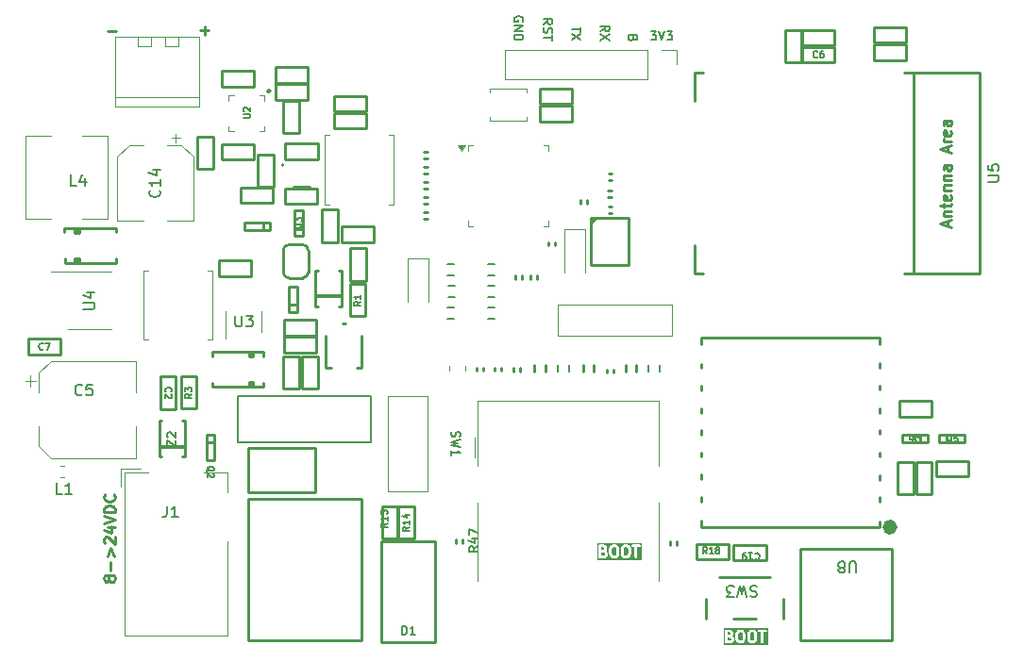
<source format=gbr>
%TF.GenerationSoftware,KiCad,Pcbnew,8.0.6*%
%TF.CreationDate,2025-05-12T11:17:16+07:00*%
%TF.ProjectId,DATN,4441544e-2e6b-4696-9361-645f70636258,rev?*%
%TF.SameCoordinates,Original*%
%TF.FileFunction,Legend,Top*%
%TF.FilePolarity,Positive*%
%FSLAX46Y46*%
G04 Gerber Fmt 4.6, Leading zero omitted, Abs format (unit mm)*
G04 Created by KiCad (PCBNEW 8.0.6) date 2025-05-12 11:17:16*
%MOMM*%
%LPD*%
G01*
G04 APERTURE LIST*
%ADD10C,0.250000*%
%ADD11C,0.200000*%
%ADD12C,0.150000*%
%ADD13C,0.120000*%
%ADD14C,0.260000*%
%ADD15C,0.660521*%
%ADD16C,0.100000*%
%ADD17C,0.127000*%
G04 APERTURE END LIST*
D10*
X89197431Y-62986333D02*
X88435527Y-62986333D01*
X88816479Y-62605380D02*
X88816479Y-63367285D01*
X80847431Y-63046333D02*
X80085527Y-63046333D01*
D11*
X128845863Y-63061695D02*
X129341101Y-63061695D01*
X129341101Y-63061695D02*
X129074435Y-63366457D01*
X129074435Y-63366457D02*
X129188720Y-63366457D01*
X129188720Y-63366457D02*
X129264911Y-63404552D01*
X129264911Y-63404552D02*
X129303006Y-63442647D01*
X129303006Y-63442647D02*
X129341101Y-63518838D01*
X129341101Y-63518838D02*
X129341101Y-63709314D01*
X129341101Y-63709314D02*
X129303006Y-63785504D01*
X129303006Y-63785504D02*
X129264911Y-63823600D01*
X129264911Y-63823600D02*
X129188720Y-63861695D01*
X129188720Y-63861695D02*
X128960149Y-63861695D01*
X128960149Y-63861695D02*
X128883958Y-63823600D01*
X128883958Y-63823600D02*
X128845863Y-63785504D01*
X129569673Y-63061695D02*
X129836340Y-63861695D01*
X129836340Y-63861695D02*
X130103006Y-63061695D01*
X130293482Y-63061695D02*
X130788720Y-63061695D01*
X130788720Y-63061695D02*
X130522054Y-63366457D01*
X130522054Y-63366457D02*
X130636339Y-63366457D01*
X130636339Y-63366457D02*
X130712530Y-63404552D01*
X130712530Y-63404552D02*
X130750625Y-63442647D01*
X130750625Y-63442647D02*
X130788720Y-63518838D01*
X130788720Y-63518838D02*
X130788720Y-63709314D01*
X130788720Y-63709314D02*
X130750625Y-63785504D01*
X130750625Y-63785504D02*
X130712530Y-63823600D01*
X130712530Y-63823600D02*
X130636339Y-63861695D01*
X130636339Y-63861695D02*
X130407768Y-63861695D01*
X130407768Y-63861695D02*
X130331577Y-63823600D01*
X130331577Y-63823600D02*
X130293482Y-63785504D01*
X119218304Y-62439197D02*
X119599257Y-62172530D01*
X119218304Y-61982054D02*
X120018304Y-61982054D01*
X120018304Y-61982054D02*
X120018304Y-62286816D01*
X120018304Y-62286816D02*
X119980209Y-62363006D01*
X119980209Y-62363006D02*
X119942114Y-62401101D01*
X119942114Y-62401101D02*
X119865923Y-62439197D01*
X119865923Y-62439197D02*
X119751638Y-62439197D01*
X119751638Y-62439197D02*
X119675447Y-62401101D01*
X119675447Y-62401101D02*
X119637352Y-62363006D01*
X119637352Y-62363006D02*
X119599257Y-62286816D01*
X119599257Y-62286816D02*
X119599257Y-61982054D01*
X119256400Y-62743958D02*
X119218304Y-62858244D01*
X119218304Y-62858244D02*
X119218304Y-63048720D01*
X119218304Y-63048720D02*
X119256400Y-63124911D01*
X119256400Y-63124911D02*
X119294495Y-63163006D01*
X119294495Y-63163006D02*
X119370685Y-63201101D01*
X119370685Y-63201101D02*
X119446876Y-63201101D01*
X119446876Y-63201101D02*
X119523066Y-63163006D01*
X119523066Y-63163006D02*
X119561161Y-63124911D01*
X119561161Y-63124911D02*
X119599257Y-63048720D01*
X119599257Y-63048720D02*
X119637352Y-62896339D01*
X119637352Y-62896339D02*
X119675447Y-62820149D01*
X119675447Y-62820149D02*
X119713542Y-62782054D01*
X119713542Y-62782054D02*
X119789733Y-62743958D01*
X119789733Y-62743958D02*
X119865923Y-62743958D01*
X119865923Y-62743958D02*
X119942114Y-62782054D01*
X119942114Y-62782054D02*
X119980209Y-62820149D01*
X119980209Y-62820149D02*
X120018304Y-62896339D01*
X120018304Y-62896339D02*
X120018304Y-63086816D01*
X120018304Y-63086816D02*
X119980209Y-63201101D01*
X120018304Y-63429673D02*
X120018304Y-63886816D01*
X119218304Y-63658244D02*
X120018304Y-63658244D01*
X122548304Y-62687768D02*
X122548304Y-63144911D01*
X121748304Y-62916339D02*
X122548304Y-62916339D01*
X122548304Y-63335387D02*
X121748304Y-63868721D01*
X122548304Y-63868721D02*
X121748304Y-63335387D01*
X127267352Y-63678720D02*
X127229257Y-63793006D01*
X127229257Y-63793006D02*
X127191161Y-63831101D01*
X127191161Y-63831101D02*
X127114971Y-63869197D01*
X127114971Y-63869197D02*
X127000685Y-63869197D01*
X127000685Y-63869197D02*
X126924495Y-63831101D01*
X126924495Y-63831101D02*
X126886400Y-63793006D01*
X126886400Y-63793006D02*
X126848304Y-63716816D01*
X126848304Y-63716816D02*
X126848304Y-63412054D01*
X126848304Y-63412054D02*
X127648304Y-63412054D01*
X127648304Y-63412054D02*
X127648304Y-63678720D01*
X127648304Y-63678720D02*
X127610209Y-63754911D01*
X127610209Y-63754911D02*
X127572114Y-63793006D01*
X127572114Y-63793006D02*
X127495923Y-63831101D01*
X127495923Y-63831101D02*
X127419733Y-63831101D01*
X127419733Y-63831101D02*
X127343542Y-63793006D01*
X127343542Y-63793006D02*
X127305447Y-63754911D01*
X127305447Y-63754911D02*
X127267352Y-63678720D01*
X127267352Y-63678720D02*
X127267352Y-63412054D01*
X117340209Y-62191101D02*
X117378304Y-62114911D01*
X117378304Y-62114911D02*
X117378304Y-62000625D01*
X117378304Y-62000625D02*
X117340209Y-61886339D01*
X117340209Y-61886339D02*
X117264019Y-61810149D01*
X117264019Y-61810149D02*
X117187828Y-61772054D01*
X117187828Y-61772054D02*
X117035447Y-61733958D01*
X117035447Y-61733958D02*
X116921161Y-61733958D01*
X116921161Y-61733958D02*
X116768780Y-61772054D01*
X116768780Y-61772054D02*
X116692590Y-61810149D01*
X116692590Y-61810149D02*
X116616400Y-61886339D01*
X116616400Y-61886339D02*
X116578304Y-62000625D01*
X116578304Y-62000625D02*
X116578304Y-62076816D01*
X116578304Y-62076816D02*
X116616400Y-62191101D01*
X116616400Y-62191101D02*
X116654495Y-62229197D01*
X116654495Y-62229197D02*
X116921161Y-62229197D01*
X116921161Y-62229197D02*
X116921161Y-62076816D01*
X116578304Y-62572054D02*
X117378304Y-62572054D01*
X117378304Y-62572054D02*
X116578304Y-63029197D01*
X116578304Y-63029197D02*
X117378304Y-63029197D01*
X116578304Y-63410149D02*
X117378304Y-63410149D01*
X117378304Y-63410149D02*
X117378304Y-63600625D01*
X117378304Y-63600625D02*
X117340209Y-63714911D01*
X117340209Y-63714911D02*
X117264019Y-63791101D01*
X117264019Y-63791101D02*
X117187828Y-63829196D01*
X117187828Y-63829196D02*
X117035447Y-63867292D01*
X117035447Y-63867292D02*
X116921161Y-63867292D01*
X116921161Y-63867292D02*
X116768780Y-63829196D01*
X116768780Y-63829196D02*
X116692590Y-63791101D01*
X116692590Y-63791101D02*
X116616400Y-63714911D01*
X116616400Y-63714911D02*
X116578304Y-63600625D01*
X116578304Y-63600625D02*
X116578304Y-63410149D01*
X124348304Y-63069197D02*
X124729257Y-62802530D01*
X124348304Y-62612054D02*
X125148304Y-62612054D01*
X125148304Y-62612054D02*
X125148304Y-62916816D01*
X125148304Y-62916816D02*
X125110209Y-62993006D01*
X125110209Y-62993006D02*
X125072114Y-63031101D01*
X125072114Y-63031101D02*
X124995923Y-63069197D01*
X124995923Y-63069197D02*
X124881638Y-63069197D01*
X124881638Y-63069197D02*
X124805447Y-63031101D01*
X124805447Y-63031101D02*
X124767352Y-62993006D01*
X124767352Y-62993006D02*
X124729257Y-62916816D01*
X124729257Y-62916816D02*
X124729257Y-62612054D01*
X125148304Y-63335863D02*
X124348304Y-63869197D01*
X125148304Y-63869197D02*
X124348304Y-63335863D01*
D10*
G36*
X124691235Y-109907681D02*
G01*
X124703645Y-109920092D01*
X124728996Y-109970793D01*
X124728996Y-110054633D01*
X124703644Y-110105336D01*
X124684713Y-110124268D01*
X124634012Y-110149619D01*
X124407568Y-110149619D01*
X124407568Y-109875809D01*
X124595618Y-109875809D01*
X124691235Y-109907681D01*
G37*
G36*
X124637094Y-109424969D02*
G01*
X124656026Y-109443902D01*
X124681377Y-109494603D01*
X124681377Y-109530824D01*
X124656026Y-109581525D01*
X124637094Y-109600458D01*
X124586393Y-109625809D01*
X124407568Y-109625809D01*
X124407568Y-109399619D01*
X124586393Y-109399619D01*
X124637094Y-109424969D01*
G37*
G36*
X125684714Y-109424970D02*
G01*
X125741125Y-109481381D01*
X125776615Y-109623341D01*
X125776615Y-109925896D01*
X125741125Y-110067855D01*
X125684711Y-110124269D01*
X125634012Y-110149619D01*
X125502553Y-110149619D01*
X125451852Y-110124268D01*
X125395438Y-110067855D01*
X125359949Y-109925896D01*
X125359949Y-109623341D01*
X125395439Y-109481381D01*
X125451849Y-109424970D01*
X125502553Y-109399619D01*
X125634012Y-109399619D01*
X125684714Y-109424970D01*
G37*
G36*
X126732333Y-109424970D02*
G01*
X126788744Y-109481381D01*
X126824234Y-109623341D01*
X126824234Y-109925896D01*
X126788744Y-110067855D01*
X126732330Y-110124269D01*
X126681631Y-110149619D01*
X126550172Y-110149619D01*
X126499471Y-110124268D01*
X126443057Y-110067855D01*
X126407568Y-109925896D01*
X126407568Y-109623341D01*
X126443058Y-109481381D01*
X126499468Y-109424970D01*
X126550172Y-109399619D01*
X126681631Y-109399619D01*
X126732333Y-109424970D01*
G37*
G36*
X128053975Y-110524619D02*
G01*
X124032568Y-110524619D01*
X124032568Y-109274619D01*
X124157568Y-109274619D01*
X124157568Y-110274619D01*
X124159970Y-110299005D01*
X124178634Y-110344065D01*
X124213122Y-110378553D01*
X124258182Y-110397217D01*
X124282568Y-110399619D01*
X124663520Y-110399619D01*
X124687906Y-110397217D01*
X124692054Y-110395498D01*
X124696536Y-110395180D01*
X124719422Y-110386422D01*
X124814659Y-110338804D01*
X124825155Y-110332196D01*
X124828205Y-110330933D01*
X124831638Y-110328114D01*
X124835397Y-110325749D01*
X124837559Y-110323255D01*
X124847147Y-110315387D01*
X124894766Y-110267768D01*
X124902633Y-110258180D01*
X124905126Y-110256019D01*
X124907492Y-110252259D01*
X124910311Y-110248825D01*
X124911573Y-110245776D01*
X124918180Y-110235282D01*
X124965799Y-110140044D01*
X124974557Y-110117158D01*
X124974875Y-110112677D01*
X124976594Y-110108528D01*
X124978996Y-110084142D01*
X124978996Y-109941285D01*
X124976594Y-109916899D01*
X124974875Y-109912749D01*
X124974557Y-109908269D01*
X124965799Y-109885383D01*
X124918180Y-109790145D01*
X124911573Y-109779650D01*
X124910310Y-109776600D01*
X124907491Y-109773165D01*
X124905126Y-109769408D01*
X124902634Y-109767246D01*
X124894765Y-109757658D01*
X124862435Y-109725329D01*
X124862691Y-109725018D01*
X124863954Y-109721967D01*
X124870561Y-109711473D01*
X124918180Y-109616235D01*
X124921350Y-109607952D01*
X125109949Y-109607952D01*
X125109949Y-109941285D01*
X125110368Y-109945539D01*
X125110097Y-109947361D01*
X125111446Y-109956489D01*
X125112351Y-109965671D01*
X125113055Y-109967372D01*
X125113681Y-109971602D01*
X125161300Y-110162078D01*
X125169545Y-110185153D01*
X125175077Y-110192619D01*
X125178634Y-110201207D01*
X125194179Y-110220149D01*
X125289417Y-110315388D01*
X125299005Y-110323257D01*
X125301167Y-110325749D01*
X125304924Y-110328114D01*
X125308359Y-110330933D01*
X125311409Y-110332196D01*
X125321904Y-110338803D01*
X125417142Y-110386422D01*
X125440028Y-110395180D01*
X125444508Y-110395498D01*
X125448658Y-110397217D01*
X125473044Y-110399619D01*
X125663520Y-110399619D01*
X125687906Y-110397217D01*
X125692054Y-110395498D01*
X125696536Y-110395180D01*
X125719422Y-110386422D01*
X125814659Y-110338804D01*
X125825155Y-110332196D01*
X125828205Y-110330933D01*
X125831639Y-110328114D01*
X125835397Y-110325749D01*
X125837558Y-110323257D01*
X125847147Y-110315388D01*
X125942385Y-110220149D01*
X125957930Y-110201207D01*
X125961487Y-110192618D01*
X125967019Y-110185153D01*
X125975264Y-110162078D01*
X126022883Y-109971602D01*
X126023508Y-109967372D01*
X126024213Y-109965671D01*
X126025117Y-109956491D01*
X126026467Y-109947362D01*
X126026195Y-109945539D01*
X126026615Y-109941285D01*
X126026615Y-109607952D01*
X126157568Y-109607952D01*
X126157568Y-109941285D01*
X126157987Y-109945539D01*
X126157716Y-109947361D01*
X126159065Y-109956489D01*
X126159970Y-109965671D01*
X126160674Y-109967372D01*
X126161300Y-109971602D01*
X126208919Y-110162078D01*
X126217164Y-110185153D01*
X126222696Y-110192619D01*
X126226253Y-110201207D01*
X126241798Y-110220149D01*
X126337036Y-110315388D01*
X126346624Y-110323257D01*
X126348786Y-110325749D01*
X126352543Y-110328114D01*
X126355978Y-110330933D01*
X126359028Y-110332196D01*
X126369523Y-110338803D01*
X126464761Y-110386422D01*
X126487647Y-110395180D01*
X126492127Y-110395498D01*
X126496277Y-110397217D01*
X126520663Y-110399619D01*
X126711139Y-110399619D01*
X126735525Y-110397217D01*
X126739673Y-110395498D01*
X126744155Y-110395180D01*
X126767041Y-110386422D01*
X126862278Y-110338804D01*
X126872774Y-110332196D01*
X126875824Y-110330933D01*
X126879258Y-110328114D01*
X126883016Y-110325749D01*
X126885177Y-110323257D01*
X126894766Y-110315388D01*
X126990004Y-110220149D01*
X127005549Y-110201207D01*
X127009106Y-110192618D01*
X127014638Y-110185153D01*
X127022883Y-110162078D01*
X127070502Y-109971602D01*
X127071127Y-109967372D01*
X127071832Y-109965671D01*
X127072736Y-109956491D01*
X127074086Y-109947362D01*
X127073814Y-109945539D01*
X127074234Y-109941285D01*
X127074234Y-109607952D01*
X127073814Y-109603697D01*
X127074086Y-109601875D01*
X127072736Y-109592745D01*
X127071832Y-109583566D01*
X127071127Y-109581864D01*
X127070502Y-109577635D01*
X127022883Y-109387159D01*
X127014638Y-109364084D01*
X127009104Y-109356615D01*
X127005548Y-109348030D01*
X126990003Y-109329088D01*
X126911148Y-109250233D01*
X127112351Y-109250233D01*
X127112351Y-109299005D01*
X127131015Y-109344065D01*
X127165503Y-109378553D01*
X127210563Y-109397217D01*
X127234949Y-109399619D01*
X127395663Y-109399619D01*
X127395663Y-110274619D01*
X127398065Y-110299005D01*
X127416729Y-110344065D01*
X127451217Y-110378553D01*
X127496277Y-110397217D01*
X127545049Y-110397217D01*
X127590109Y-110378553D01*
X127624597Y-110344065D01*
X127643261Y-110299005D01*
X127645663Y-110274619D01*
X127645663Y-109399619D01*
X127806377Y-109399619D01*
X127830763Y-109397217D01*
X127875823Y-109378553D01*
X127910311Y-109344065D01*
X127928975Y-109299005D01*
X127928975Y-109250233D01*
X127910311Y-109205173D01*
X127875823Y-109170685D01*
X127830763Y-109152021D01*
X127806377Y-109149619D01*
X127234949Y-109149619D01*
X127210563Y-109152021D01*
X127165503Y-109170685D01*
X127131015Y-109205173D01*
X127112351Y-109250233D01*
X126911148Y-109250233D01*
X126894765Y-109233850D01*
X126885179Y-109225983D01*
X126883016Y-109223489D01*
X126879254Y-109221120D01*
X126875823Y-109218305D01*
X126872776Y-109217043D01*
X126862278Y-109210434D01*
X126767041Y-109162816D01*
X126744155Y-109154058D01*
X126739673Y-109153739D01*
X126735525Y-109152021D01*
X126711139Y-109149619D01*
X126520663Y-109149619D01*
X126496277Y-109152021D01*
X126492127Y-109153739D01*
X126487647Y-109154058D01*
X126464761Y-109162816D01*
X126369523Y-109210435D01*
X126359026Y-109217042D01*
X126355979Y-109218305D01*
X126352547Y-109221121D01*
X126348786Y-109223489D01*
X126346622Y-109225983D01*
X126337037Y-109233850D01*
X126241799Y-109329088D01*
X126226254Y-109348030D01*
X126222697Y-109356615D01*
X126217164Y-109364084D01*
X126208919Y-109387159D01*
X126161300Y-109577635D01*
X126160674Y-109581864D01*
X126159970Y-109583566D01*
X126159065Y-109592747D01*
X126157716Y-109601876D01*
X126157987Y-109603697D01*
X126157568Y-109607952D01*
X126026615Y-109607952D01*
X126026195Y-109603697D01*
X126026467Y-109601875D01*
X126025117Y-109592745D01*
X126024213Y-109583566D01*
X126023508Y-109581864D01*
X126022883Y-109577635D01*
X125975264Y-109387159D01*
X125967019Y-109364084D01*
X125961485Y-109356615D01*
X125957929Y-109348030D01*
X125942384Y-109329088D01*
X125847146Y-109233850D01*
X125837560Y-109225983D01*
X125835397Y-109223489D01*
X125831635Y-109221120D01*
X125828204Y-109218305D01*
X125825157Y-109217043D01*
X125814659Y-109210434D01*
X125719422Y-109162816D01*
X125696536Y-109154058D01*
X125692054Y-109153739D01*
X125687906Y-109152021D01*
X125663520Y-109149619D01*
X125473044Y-109149619D01*
X125448658Y-109152021D01*
X125444508Y-109153739D01*
X125440028Y-109154058D01*
X125417142Y-109162816D01*
X125321904Y-109210435D01*
X125311407Y-109217042D01*
X125308360Y-109218305D01*
X125304928Y-109221121D01*
X125301167Y-109223489D01*
X125299003Y-109225983D01*
X125289418Y-109233850D01*
X125194180Y-109329088D01*
X125178635Y-109348030D01*
X125175078Y-109356615D01*
X125169545Y-109364084D01*
X125161300Y-109387159D01*
X125113681Y-109577635D01*
X125113055Y-109581864D01*
X125112351Y-109583566D01*
X125111446Y-109592747D01*
X125110097Y-109601876D01*
X125110368Y-109603697D01*
X125109949Y-109607952D01*
X124921350Y-109607952D01*
X124926938Y-109593349D01*
X124927256Y-109588868D01*
X124928975Y-109584719D01*
X124931377Y-109560333D01*
X124931377Y-109465095D01*
X124928975Y-109440709D01*
X124927256Y-109436559D01*
X124926938Y-109432079D01*
X124918180Y-109409193D01*
X124870561Y-109313955D01*
X124863954Y-109303460D01*
X124862691Y-109300410D01*
X124859872Y-109296975D01*
X124857507Y-109293218D01*
X124855015Y-109291056D01*
X124847146Y-109281468D01*
X124799527Y-109233850D01*
X124789941Y-109225983D01*
X124787778Y-109223489D01*
X124784016Y-109221120D01*
X124780585Y-109218305D01*
X124777538Y-109217043D01*
X124767040Y-109210434D01*
X124671803Y-109162816D01*
X124648917Y-109154058D01*
X124644435Y-109153739D01*
X124640287Y-109152021D01*
X124615901Y-109149619D01*
X124282568Y-109149619D01*
X124258182Y-109152021D01*
X124213122Y-109170685D01*
X124178634Y-109205173D01*
X124159970Y-109250233D01*
X124157568Y-109274619D01*
X124032568Y-109274619D01*
X124032568Y-109024619D01*
X128053975Y-109024619D01*
X128053975Y-110524619D01*
G37*
G36*
X136021235Y-117547681D02*
G01*
X136033645Y-117560092D01*
X136058996Y-117610793D01*
X136058996Y-117694633D01*
X136033644Y-117745336D01*
X136014713Y-117764268D01*
X135964012Y-117789619D01*
X135737568Y-117789619D01*
X135737568Y-117515809D01*
X135925618Y-117515809D01*
X136021235Y-117547681D01*
G37*
G36*
X135967094Y-117064969D02*
G01*
X135986026Y-117083902D01*
X136011377Y-117134603D01*
X136011377Y-117170824D01*
X135986026Y-117221525D01*
X135967094Y-117240458D01*
X135916393Y-117265809D01*
X135737568Y-117265809D01*
X135737568Y-117039619D01*
X135916393Y-117039619D01*
X135967094Y-117064969D01*
G37*
G36*
X137014714Y-117064970D02*
G01*
X137071125Y-117121381D01*
X137106615Y-117263341D01*
X137106615Y-117565896D01*
X137071125Y-117707855D01*
X137014711Y-117764269D01*
X136964012Y-117789619D01*
X136832553Y-117789619D01*
X136781852Y-117764268D01*
X136725438Y-117707855D01*
X136689949Y-117565896D01*
X136689949Y-117263341D01*
X136725439Y-117121381D01*
X136781849Y-117064970D01*
X136832553Y-117039619D01*
X136964012Y-117039619D01*
X137014714Y-117064970D01*
G37*
G36*
X138062333Y-117064970D02*
G01*
X138118744Y-117121381D01*
X138154234Y-117263341D01*
X138154234Y-117565896D01*
X138118744Y-117707855D01*
X138062330Y-117764269D01*
X138011631Y-117789619D01*
X137880172Y-117789619D01*
X137829471Y-117764268D01*
X137773057Y-117707855D01*
X137737568Y-117565896D01*
X137737568Y-117263341D01*
X137773058Y-117121381D01*
X137829468Y-117064970D01*
X137880172Y-117039619D01*
X138011631Y-117039619D01*
X138062333Y-117064970D01*
G37*
G36*
X139383975Y-118164619D02*
G01*
X135362568Y-118164619D01*
X135362568Y-116914619D01*
X135487568Y-116914619D01*
X135487568Y-117914619D01*
X135489970Y-117939005D01*
X135508634Y-117984065D01*
X135543122Y-118018553D01*
X135588182Y-118037217D01*
X135612568Y-118039619D01*
X135993520Y-118039619D01*
X136017906Y-118037217D01*
X136022054Y-118035498D01*
X136026536Y-118035180D01*
X136049422Y-118026422D01*
X136144659Y-117978804D01*
X136155155Y-117972196D01*
X136158205Y-117970933D01*
X136161638Y-117968114D01*
X136165397Y-117965749D01*
X136167559Y-117963255D01*
X136177147Y-117955387D01*
X136224766Y-117907768D01*
X136232633Y-117898180D01*
X136235126Y-117896019D01*
X136237492Y-117892259D01*
X136240311Y-117888825D01*
X136241573Y-117885776D01*
X136248180Y-117875282D01*
X136295799Y-117780044D01*
X136304557Y-117757158D01*
X136304875Y-117752677D01*
X136306594Y-117748528D01*
X136308996Y-117724142D01*
X136308996Y-117581285D01*
X136306594Y-117556899D01*
X136304875Y-117552749D01*
X136304557Y-117548269D01*
X136295799Y-117525383D01*
X136248180Y-117430145D01*
X136241573Y-117419650D01*
X136240310Y-117416600D01*
X136237491Y-117413165D01*
X136235126Y-117409408D01*
X136232634Y-117407246D01*
X136224765Y-117397658D01*
X136192435Y-117365329D01*
X136192691Y-117365018D01*
X136193954Y-117361967D01*
X136200561Y-117351473D01*
X136248180Y-117256235D01*
X136251350Y-117247952D01*
X136439949Y-117247952D01*
X136439949Y-117581285D01*
X136440368Y-117585539D01*
X136440097Y-117587361D01*
X136441446Y-117596489D01*
X136442351Y-117605671D01*
X136443055Y-117607372D01*
X136443681Y-117611602D01*
X136491300Y-117802078D01*
X136499545Y-117825153D01*
X136505077Y-117832619D01*
X136508634Y-117841207D01*
X136524179Y-117860149D01*
X136619417Y-117955388D01*
X136629005Y-117963257D01*
X136631167Y-117965749D01*
X136634924Y-117968114D01*
X136638359Y-117970933D01*
X136641409Y-117972196D01*
X136651904Y-117978803D01*
X136747142Y-118026422D01*
X136770028Y-118035180D01*
X136774508Y-118035498D01*
X136778658Y-118037217D01*
X136803044Y-118039619D01*
X136993520Y-118039619D01*
X137017906Y-118037217D01*
X137022054Y-118035498D01*
X137026536Y-118035180D01*
X137049422Y-118026422D01*
X137144659Y-117978804D01*
X137155155Y-117972196D01*
X137158205Y-117970933D01*
X137161639Y-117968114D01*
X137165397Y-117965749D01*
X137167558Y-117963257D01*
X137177147Y-117955388D01*
X137272385Y-117860149D01*
X137287930Y-117841207D01*
X137291487Y-117832618D01*
X137297019Y-117825153D01*
X137305264Y-117802078D01*
X137352883Y-117611602D01*
X137353508Y-117607372D01*
X137354213Y-117605671D01*
X137355117Y-117596491D01*
X137356467Y-117587362D01*
X137356195Y-117585539D01*
X137356615Y-117581285D01*
X137356615Y-117247952D01*
X137487568Y-117247952D01*
X137487568Y-117581285D01*
X137487987Y-117585539D01*
X137487716Y-117587361D01*
X137489065Y-117596489D01*
X137489970Y-117605671D01*
X137490674Y-117607372D01*
X137491300Y-117611602D01*
X137538919Y-117802078D01*
X137547164Y-117825153D01*
X137552696Y-117832619D01*
X137556253Y-117841207D01*
X137571798Y-117860149D01*
X137667036Y-117955388D01*
X137676624Y-117963257D01*
X137678786Y-117965749D01*
X137682543Y-117968114D01*
X137685978Y-117970933D01*
X137689028Y-117972196D01*
X137699523Y-117978803D01*
X137794761Y-118026422D01*
X137817647Y-118035180D01*
X137822127Y-118035498D01*
X137826277Y-118037217D01*
X137850663Y-118039619D01*
X138041139Y-118039619D01*
X138065525Y-118037217D01*
X138069673Y-118035498D01*
X138074155Y-118035180D01*
X138097041Y-118026422D01*
X138192278Y-117978804D01*
X138202774Y-117972196D01*
X138205824Y-117970933D01*
X138209258Y-117968114D01*
X138213016Y-117965749D01*
X138215177Y-117963257D01*
X138224766Y-117955388D01*
X138320004Y-117860149D01*
X138335549Y-117841207D01*
X138339106Y-117832618D01*
X138344638Y-117825153D01*
X138352883Y-117802078D01*
X138400502Y-117611602D01*
X138401127Y-117607372D01*
X138401832Y-117605671D01*
X138402736Y-117596491D01*
X138404086Y-117587362D01*
X138403814Y-117585539D01*
X138404234Y-117581285D01*
X138404234Y-117247952D01*
X138403814Y-117243697D01*
X138404086Y-117241875D01*
X138402736Y-117232745D01*
X138401832Y-117223566D01*
X138401127Y-117221864D01*
X138400502Y-117217635D01*
X138352883Y-117027159D01*
X138344638Y-117004084D01*
X138339104Y-116996615D01*
X138335548Y-116988030D01*
X138320003Y-116969088D01*
X138241148Y-116890233D01*
X138442351Y-116890233D01*
X138442351Y-116939005D01*
X138461015Y-116984065D01*
X138495503Y-117018553D01*
X138540563Y-117037217D01*
X138564949Y-117039619D01*
X138725663Y-117039619D01*
X138725663Y-117914619D01*
X138728065Y-117939005D01*
X138746729Y-117984065D01*
X138781217Y-118018553D01*
X138826277Y-118037217D01*
X138875049Y-118037217D01*
X138920109Y-118018553D01*
X138954597Y-117984065D01*
X138973261Y-117939005D01*
X138975663Y-117914619D01*
X138975663Y-117039619D01*
X139136377Y-117039619D01*
X139160763Y-117037217D01*
X139205823Y-117018553D01*
X139240311Y-116984065D01*
X139258975Y-116939005D01*
X139258975Y-116890233D01*
X139240311Y-116845173D01*
X139205823Y-116810685D01*
X139160763Y-116792021D01*
X139136377Y-116789619D01*
X138564949Y-116789619D01*
X138540563Y-116792021D01*
X138495503Y-116810685D01*
X138461015Y-116845173D01*
X138442351Y-116890233D01*
X138241148Y-116890233D01*
X138224765Y-116873850D01*
X138215179Y-116865983D01*
X138213016Y-116863489D01*
X138209254Y-116861120D01*
X138205823Y-116858305D01*
X138202776Y-116857043D01*
X138192278Y-116850434D01*
X138097041Y-116802816D01*
X138074155Y-116794058D01*
X138069673Y-116793739D01*
X138065525Y-116792021D01*
X138041139Y-116789619D01*
X137850663Y-116789619D01*
X137826277Y-116792021D01*
X137822127Y-116793739D01*
X137817647Y-116794058D01*
X137794761Y-116802816D01*
X137699523Y-116850435D01*
X137689026Y-116857042D01*
X137685979Y-116858305D01*
X137682547Y-116861121D01*
X137678786Y-116863489D01*
X137676622Y-116865983D01*
X137667037Y-116873850D01*
X137571799Y-116969088D01*
X137556254Y-116988030D01*
X137552697Y-116996615D01*
X137547164Y-117004084D01*
X137538919Y-117027159D01*
X137491300Y-117217635D01*
X137490674Y-117221864D01*
X137489970Y-117223566D01*
X137489065Y-117232747D01*
X137487716Y-117241876D01*
X137487987Y-117243697D01*
X137487568Y-117247952D01*
X137356615Y-117247952D01*
X137356195Y-117243697D01*
X137356467Y-117241875D01*
X137355117Y-117232745D01*
X137354213Y-117223566D01*
X137353508Y-117221864D01*
X137352883Y-117217635D01*
X137305264Y-117027159D01*
X137297019Y-117004084D01*
X137291485Y-116996615D01*
X137287929Y-116988030D01*
X137272384Y-116969088D01*
X137177146Y-116873850D01*
X137167560Y-116865983D01*
X137165397Y-116863489D01*
X137161635Y-116861120D01*
X137158204Y-116858305D01*
X137155157Y-116857043D01*
X137144659Y-116850434D01*
X137049422Y-116802816D01*
X137026536Y-116794058D01*
X137022054Y-116793739D01*
X137017906Y-116792021D01*
X136993520Y-116789619D01*
X136803044Y-116789619D01*
X136778658Y-116792021D01*
X136774508Y-116793739D01*
X136770028Y-116794058D01*
X136747142Y-116802816D01*
X136651904Y-116850435D01*
X136641407Y-116857042D01*
X136638360Y-116858305D01*
X136634928Y-116861121D01*
X136631167Y-116863489D01*
X136629003Y-116865983D01*
X136619418Y-116873850D01*
X136524180Y-116969088D01*
X136508635Y-116988030D01*
X136505078Y-116996615D01*
X136499545Y-117004084D01*
X136491300Y-117027159D01*
X136443681Y-117217635D01*
X136443055Y-117221864D01*
X136442351Y-117223566D01*
X136441446Y-117232747D01*
X136440097Y-117241876D01*
X136440368Y-117243697D01*
X136439949Y-117247952D01*
X136251350Y-117247952D01*
X136256938Y-117233349D01*
X136257256Y-117228868D01*
X136258975Y-117224719D01*
X136261377Y-117200333D01*
X136261377Y-117105095D01*
X136258975Y-117080709D01*
X136257256Y-117076559D01*
X136256938Y-117072079D01*
X136248180Y-117049193D01*
X136200561Y-116953955D01*
X136193954Y-116943460D01*
X136192691Y-116940410D01*
X136189872Y-116936975D01*
X136187507Y-116933218D01*
X136185015Y-116931056D01*
X136177146Y-116921468D01*
X136129527Y-116873850D01*
X136119941Y-116865983D01*
X136117778Y-116863489D01*
X136114016Y-116861120D01*
X136110585Y-116858305D01*
X136107538Y-116857043D01*
X136097040Y-116850434D01*
X136001803Y-116802816D01*
X135978917Y-116794058D01*
X135974435Y-116793739D01*
X135970287Y-116792021D01*
X135945901Y-116789619D01*
X135612568Y-116789619D01*
X135588182Y-116792021D01*
X135543122Y-116810685D01*
X135508634Y-116845173D01*
X135489970Y-116890233D01*
X135487568Y-116914619D01*
X135362568Y-116914619D01*
X135362568Y-116664619D01*
X139383975Y-116664619D01*
X139383975Y-118164619D01*
G37*
X80213190Y-112284574D02*
X80165571Y-112379812D01*
X80165571Y-112379812D02*
X80117952Y-112427431D01*
X80117952Y-112427431D02*
X80022714Y-112475050D01*
X80022714Y-112475050D02*
X79975095Y-112475050D01*
X79975095Y-112475050D02*
X79879857Y-112427431D01*
X79879857Y-112427431D02*
X79832238Y-112379812D01*
X79832238Y-112379812D02*
X79784619Y-112284574D01*
X79784619Y-112284574D02*
X79784619Y-112094098D01*
X79784619Y-112094098D02*
X79832238Y-111998860D01*
X79832238Y-111998860D02*
X79879857Y-111951241D01*
X79879857Y-111951241D02*
X79975095Y-111903622D01*
X79975095Y-111903622D02*
X80022714Y-111903622D01*
X80022714Y-111903622D02*
X80117952Y-111951241D01*
X80117952Y-111951241D02*
X80165571Y-111998860D01*
X80165571Y-111998860D02*
X80213190Y-112094098D01*
X80213190Y-112094098D02*
X80213190Y-112284574D01*
X80213190Y-112284574D02*
X80260809Y-112379812D01*
X80260809Y-112379812D02*
X80308428Y-112427431D01*
X80308428Y-112427431D02*
X80403666Y-112475050D01*
X80403666Y-112475050D02*
X80594142Y-112475050D01*
X80594142Y-112475050D02*
X80689380Y-112427431D01*
X80689380Y-112427431D02*
X80737000Y-112379812D01*
X80737000Y-112379812D02*
X80784619Y-112284574D01*
X80784619Y-112284574D02*
X80784619Y-112094098D01*
X80784619Y-112094098D02*
X80737000Y-111998860D01*
X80737000Y-111998860D02*
X80689380Y-111951241D01*
X80689380Y-111951241D02*
X80594142Y-111903622D01*
X80594142Y-111903622D02*
X80403666Y-111903622D01*
X80403666Y-111903622D02*
X80308428Y-111951241D01*
X80308428Y-111951241D02*
X80260809Y-111998860D01*
X80260809Y-111998860D02*
X80213190Y-112094098D01*
X80403666Y-111475050D02*
X80403666Y-110713146D01*
X80117952Y-110236955D02*
X80403666Y-109475051D01*
X80403666Y-109475051D02*
X80689380Y-110236955D01*
X79879857Y-109046479D02*
X79832238Y-108998860D01*
X79832238Y-108998860D02*
X79784619Y-108903622D01*
X79784619Y-108903622D02*
X79784619Y-108665527D01*
X79784619Y-108665527D02*
X79832238Y-108570289D01*
X79832238Y-108570289D02*
X79879857Y-108522670D01*
X79879857Y-108522670D02*
X79975095Y-108475051D01*
X79975095Y-108475051D02*
X80070333Y-108475051D01*
X80070333Y-108475051D02*
X80213190Y-108522670D01*
X80213190Y-108522670D02*
X80784619Y-109094098D01*
X80784619Y-109094098D02*
X80784619Y-108475051D01*
X80117952Y-107617908D02*
X80784619Y-107617908D01*
X79737000Y-107856003D02*
X80451285Y-108094098D01*
X80451285Y-108094098D02*
X80451285Y-107475051D01*
X79784619Y-107236955D02*
X80784619Y-106903622D01*
X80784619Y-106903622D02*
X79784619Y-106570289D01*
X80784619Y-106236955D02*
X79784619Y-106236955D01*
X79784619Y-106236955D02*
X79784619Y-105998860D01*
X79784619Y-105998860D02*
X79832238Y-105856003D01*
X79832238Y-105856003D02*
X79927476Y-105760765D01*
X79927476Y-105760765D02*
X80022714Y-105713146D01*
X80022714Y-105713146D02*
X80213190Y-105665527D01*
X80213190Y-105665527D02*
X80356047Y-105665527D01*
X80356047Y-105665527D02*
X80546523Y-105713146D01*
X80546523Y-105713146D02*
X80641761Y-105760765D01*
X80641761Y-105760765D02*
X80737000Y-105856003D01*
X80737000Y-105856003D02*
X80784619Y-105998860D01*
X80784619Y-105998860D02*
X80784619Y-106236955D01*
X80689380Y-104665527D02*
X80737000Y-104713146D01*
X80737000Y-104713146D02*
X80784619Y-104856003D01*
X80784619Y-104856003D02*
X80784619Y-104951241D01*
X80784619Y-104951241D02*
X80737000Y-105094098D01*
X80737000Y-105094098D02*
X80641761Y-105189336D01*
X80641761Y-105189336D02*
X80546523Y-105236955D01*
X80546523Y-105236955D02*
X80356047Y-105284574D01*
X80356047Y-105284574D02*
X80213190Y-105284574D01*
X80213190Y-105284574D02*
X80022714Y-105236955D01*
X80022714Y-105236955D02*
X79927476Y-105189336D01*
X79927476Y-105189336D02*
X79832238Y-105094098D01*
X79832238Y-105094098D02*
X79784619Y-104951241D01*
X79784619Y-104951241D02*
X79784619Y-104856003D01*
X79784619Y-104856003D02*
X79832238Y-104713146D01*
X79832238Y-104713146D02*
X79879857Y-104665527D01*
D12*
X102832271Y-87324999D02*
X102546557Y-87524999D01*
X102832271Y-87667856D02*
X102232271Y-87667856D01*
X102232271Y-87667856D02*
X102232271Y-87439285D01*
X102232271Y-87439285D02*
X102260842Y-87382142D01*
X102260842Y-87382142D02*
X102289414Y-87353571D01*
X102289414Y-87353571D02*
X102346557Y-87324999D01*
X102346557Y-87324999D02*
X102432271Y-87324999D01*
X102432271Y-87324999D02*
X102489414Y-87353571D01*
X102489414Y-87353571D02*
X102517985Y-87382142D01*
X102517985Y-87382142D02*
X102546557Y-87439285D01*
X102546557Y-87439285D02*
X102546557Y-87667856D01*
X102832271Y-86753571D02*
X102832271Y-87096428D01*
X102832271Y-86924999D02*
X102232271Y-86924999D01*
X102232271Y-86924999D02*
X102317985Y-86982142D01*
X102317985Y-86982142D02*
X102375128Y-87039285D01*
X102375128Y-87039285D02*
X102403700Y-87096428D01*
X89010585Y-102587857D02*
X89039157Y-102530714D01*
X89039157Y-102530714D02*
X89096300Y-102473571D01*
X89096300Y-102473571D02*
X89182014Y-102387857D01*
X89182014Y-102387857D02*
X89210585Y-102330714D01*
X89210585Y-102330714D02*
X89210585Y-102273571D01*
X89067728Y-102302142D02*
X89096300Y-102245000D01*
X89096300Y-102245000D02*
X89153442Y-102187857D01*
X89153442Y-102187857D02*
X89267728Y-102159285D01*
X89267728Y-102159285D02*
X89467728Y-102159285D01*
X89467728Y-102159285D02*
X89582014Y-102187857D01*
X89582014Y-102187857D02*
X89639157Y-102245000D01*
X89639157Y-102245000D02*
X89667728Y-102302142D01*
X89667728Y-102302142D02*
X89667728Y-102416428D01*
X89667728Y-102416428D02*
X89639157Y-102473571D01*
X89639157Y-102473571D02*
X89582014Y-102530714D01*
X89582014Y-102530714D02*
X89467728Y-102559285D01*
X89467728Y-102559285D02*
X89267728Y-102559285D01*
X89267728Y-102559285D02*
X89153442Y-102530714D01*
X89153442Y-102530714D02*
X89096300Y-102473571D01*
X89096300Y-102473571D02*
X89067728Y-102416428D01*
X89067728Y-102416428D02*
X89067728Y-102302142D01*
X89610585Y-102787856D02*
X89639157Y-102816428D01*
X89639157Y-102816428D02*
X89667728Y-102873571D01*
X89667728Y-102873571D02*
X89667728Y-103016428D01*
X89667728Y-103016428D02*
X89639157Y-103073571D01*
X89639157Y-103073571D02*
X89610585Y-103102142D01*
X89610585Y-103102142D02*
X89553442Y-103130713D01*
X89553442Y-103130713D02*
X89496300Y-103130713D01*
X89496300Y-103130713D02*
X89410585Y-103102142D01*
X89410585Y-103102142D02*
X89067728Y-102759285D01*
X89067728Y-102759285D02*
X89067728Y-103130713D01*
X92314771Y-70849642D02*
X92800485Y-70849642D01*
X92800485Y-70849642D02*
X92857628Y-70821071D01*
X92857628Y-70821071D02*
X92886200Y-70792500D01*
X92886200Y-70792500D02*
X92914771Y-70735357D01*
X92914771Y-70735357D02*
X92914771Y-70621071D01*
X92914771Y-70621071D02*
X92886200Y-70563928D01*
X92886200Y-70563928D02*
X92857628Y-70535357D01*
X92857628Y-70535357D02*
X92800485Y-70506785D01*
X92800485Y-70506785D02*
X92314771Y-70506785D01*
X92371914Y-70249643D02*
X92343342Y-70221071D01*
X92343342Y-70221071D02*
X92314771Y-70163929D01*
X92314771Y-70163929D02*
X92314771Y-70021071D01*
X92314771Y-70021071D02*
X92343342Y-69963929D01*
X92343342Y-69963929D02*
X92371914Y-69935357D01*
X92371914Y-69935357D02*
X92429057Y-69906786D01*
X92429057Y-69906786D02*
X92486200Y-69906786D01*
X92486200Y-69906786D02*
X92571914Y-69935357D01*
X92571914Y-69935357D02*
X92914771Y-70278214D01*
X92914771Y-70278214D02*
X92914771Y-69906786D01*
X91575595Y-88599819D02*
X91575595Y-89409342D01*
X91575595Y-89409342D02*
X91623214Y-89504580D01*
X91623214Y-89504580D02*
X91670833Y-89552200D01*
X91670833Y-89552200D02*
X91766071Y-89599819D01*
X91766071Y-89599819D02*
X91956547Y-89599819D01*
X91956547Y-89599819D02*
X92051785Y-89552200D01*
X92051785Y-89552200D02*
X92099404Y-89504580D01*
X92099404Y-89504580D02*
X92147023Y-89409342D01*
X92147023Y-89409342D02*
X92147023Y-88599819D01*
X92527976Y-88599819D02*
X93147023Y-88599819D01*
X93147023Y-88599819D02*
X92813690Y-88980771D01*
X92813690Y-88980771D02*
X92956547Y-88980771D01*
X92956547Y-88980771D02*
X93051785Y-89028390D01*
X93051785Y-89028390D02*
X93099404Y-89076009D01*
X93099404Y-89076009D02*
X93147023Y-89171247D01*
X93147023Y-89171247D02*
X93147023Y-89409342D01*
X93147023Y-89409342D02*
X93099404Y-89504580D01*
X93099404Y-89504580D02*
X93051785Y-89552200D01*
X93051785Y-89552200D02*
X92956547Y-89599819D01*
X92956547Y-89599819D02*
X92670833Y-89599819D01*
X92670833Y-89599819D02*
X92575595Y-89552200D01*
X92575595Y-89552200D02*
X92527976Y-89504580D01*
D11*
X106509524Y-117259695D02*
X106509524Y-116459695D01*
X106509524Y-116459695D02*
X106700000Y-116459695D01*
X106700000Y-116459695D02*
X106814286Y-116497790D01*
X106814286Y-116497790D02*
X106890476Y-116573980D01*
X106890476Y-116573980D02*
X106928571Y-116650171D01*
X106928571Y-116650171D02*
X106966667Y-116802552D01*
X106966667Y-116802552D02*
X106966667Y-116916838D01*
X106966667Y-116916838D02*
X106928571Y-117069219D01*
X106928571Y-117069219D02*
X106890476Y-117145409D01*
X106890476Y-117145409D02*
X106814286Y-117221600D01*
X106814286Y-117221600D02*
X106700000Y-117259695D01*
X106700000Y-117259695D02*
X106509524Y-117259695D01*
X107728571Y-117259695D02*
X107271428Y-117259695D01*
X107500000Y-117259695D02*
X107500000Y-116459695D01*
X107500000Y-116459695D02*
X107423809Y-116573980D01*
X107423809Y-116573980D02*
X107347619Y-116650171D01*
X107347619Y-116650171D02*
X107271428Y-116688266D01*
D12*
X76058333Y-104604819D02*
X75582143Y-104604819D01*
X75582143Y-104604819D02*
X75582143Y-103604819D01*
X76915476Y-104604819D02*
X76344048Y-104604819D01*
X76629762Y-104604819D02*
X76629762Y-103604819D01*
X76629762Y-103604819D02*
X76534524Y-103747676D01*
X76534524Y-103747676D02*
X76439286Y-103842914D01*
X76439286Y-103842914D02*
X76344048Y-103890533D01*
X85429166Y-105704819D02*
X85429166Y-106419104D01*
X85429166Y-106419104D02*
X85381547Y-106561961D01*
X85381547Y-106561961D02*
X85286309Y-106657200D01*
X85286309Y-106657200D02*
X85143452Y-106704819D01*
X85143452Y-106704819D02*
X85048214Y-106704819D01*
X86429166Y-106704819D02*
X85857738Y-106704819D01*
X86143452Y-106704819D02*
X86143452Y-105704819D01*
X86143452Y-105704819D02*
X86048214Y-105847676D01*
X86048214Y-105847676D02*
X85952976Y-105942914D01*
X85952976Y-105942914D02*
X85857738Y-105990533D01*
X147254924Y-111688200D02*
X147254924Y-110878677D01*
X147254924Y-110878677D02*
X147207305Y-110783439D01*
X147207305Y-110783439D02*
X147159686Y-110735820D01*
X147159686Y-110735820D02*
X147064448Y-110688200D01*
X147064448Y-110688200D02*
X146873972Y-110688200D01*
X146873972Y-110688200D02*
X146778734Y-110735820D01*
X146778734Y-110735820D02*
X146731115Y-110783439D01*
X146731115Y-110783439D02*
X146683496Y-110878677D01*
X146683496Y-110878677D02*
X146683496Y-111688200D01*
X146064448Y-111259629D02*
X146159686Y-111307248D01*
X146159686Y-111307248D02*
X146207305Y-111354867D01*
X146207305Y-111354867D02*
X146254924Y-111450105D01*
X146254924Y-111450105D02*
X146254924Y-111497724D01*
X146254924Y-111497724D02*
X146207305Y-111592962D01*
X146207305Y-111592962D02*
X146159686Y-111640581D01*
X146159686Y-111640581D02*
X146064448Y-111688200D01*
X146064448Y-111688200D02*
X145873972Y-111688200D01*
X145873972Y-111688200D02*
X145778734Y-111640581D01*
X145778734Y-111640581D02*
X145731115Y-111592962D01*
X145731115Y-111592962D02*
X145683496Y-111497724D01*
X145683496Y-111497724D02*
X145683496Y-111450105D01*
X145683496Y-111450105D02*
X145731115Y-111354867D01*
X145731115Y-111354867D02*
X145778734Y-111307248D01*
X145778734Y-111307248D02*
X145873972Y-111259629D01*
X145873972Y-111259629D02*
X146064448Y-111259629D01*
X146064448Y-111259629D02*
X146159686Y-111212010D01*
X146159686Y-111212010D02*
X146207305Y-111164391D01*
X146207305Y-111164391D02*
X146254924Y-111069153D01*
X146254924Y-111069153D02*
X146254924Y-110878677D01*
X146254924Y-110878677D02*
X146207305Y-110783439D01*
X146207305Y-110783439D02*
X146159686Y-110735820D01*
X146159686Y-110735820D02*
X146064448Y-110688200D01*
X146064448Y-110688200D02*
X145873972Y-110688200D01*
X145873972Y-110688200D02*
X145778734Y-110735820D01*
X145778734Y-110735820D02*
X145731115Y-110783439D01*
X145731115Y-110783439D02*
X145683496Y-110878677D01*
X145683496Y-110878677D02*
X145683496Y-111069153D01*
X145683496Y-111069153D02*
X145731115Y-111164391D01*
X145731115Y-111164391D02*
X145778734Y-111212010D01*
X145778734Y-111212010D02*
X145873972Y-111259629D01*
X97601914Y-80357142D02*
X97573342Y-80414285D01*
X97573342Y-80414285D02*
X97516200Y-80471428D01*
X97516200Y-80471428D02*
X97430485Y-80557142D01*
X97430485Y-80557142D02*
X97401914Y-80614285D01*
X97401914Y-80614285D02*
X97401914Y-80671428D01*
X97544771Y-80642857D02*
X97516200Y-80700000D01*
X97516200Y-80700000D02*
X97459057Y-80757142D01*
X97459057Y-80757142D02*
X97344771Y-80785714D01*
X97344771Y-80785714D02*
X97144771Y-80785714D01*
X97144771Y-80785714D02*
X97030485Y-80757142D01*
X97030485Y-80757142D02*
X96973342Y-80700000D01*
X96973342Y-80700000D02*
X96944771Y-80642857D01*
X96944771Y-80642857D02*
X96944771Y-80528571D01*
X96944771Y-80528571D02*
X96973342Y-80471428D01*
X96973342Y-80471428D02*
X97030485Y-80414285D01*
X97030485Y-80414285D02*
X97144771Y-80385714D01*
X97144771Y-80385714D02*
X97344771Y-80385714D01*
X97344771Y-80385714D02*
X97459057Y-80414285D01*
X97459057Y-80414285D02*
X97516200Y-80471428D01*
X97516200Y-80471428D02*
X97544771Y-80528571D01*
X97544771Y-80528571D02*
X97544771Y-80642857D01*
X96944771Y-80185714D02*
X96944771Y-79814286D01*
X96944771Y-79814286D02*
X97173342Y-80014286D01*
X97173342Y-80014286D02*
X97173342Y-79928571D01*
X97173342Y-79928571D02*
X97201914Y-79871429D01*
X97201914Y-79871429D02*
X97230485Y-79842857D01*
X97230485Y-79842857D02*
X97287628Y-79814286D01*
X97287628Y-79814286D02*
X97430485Y-79814286D01*
X97430485Y-79814286D02*
X97487628Y-79842857D01*
X97487628Y-79842857D02*
X97516200Y-79871429D01*
X97516200Y-79871429D02*
X97544771Y-79928571D01*
X97544771Y-79928571D02*
X97544771Y-80100000D01*
X97544771Y-80100000D02*
X97516200Y-80157143D01*
X97516200Y-80157143D02*
X97487628Y-80185714D01*
D11*
X110978400Y-99033332D02*
X110940304Y-99147618D01*
X110940304Y-99147618D02*
X110940304Y-99338094D01*
X110940304Y-99338094D02*
X110978400Y-99414285D01*
X110978400Y-99414285D02*
X111016495Y-99452380D01*
X111016495Y-99452380D02*
X111092685Y-99490475D01*
X111092685Y-99490475D02*
X111168876Y-99490475D01*
X111168876Y-99490475D02*
X111245066Y-99452380D01*
X111245066Y-99452380D02*
X111283161Y-99414285D01*
X111283161Y-99414285D02*
X111321257Y-99338094D01*
X111321257Y-99338094D02*
X111359352Y-99185713D01*
X111359352Y-99185713D02*
X111397447Y-99109523D01*
X111397447Y-99109523D02*
X111435542Y-99071428D01*
X111435542Y-99071428D02*
X111511733Y-99033332D01*
X111511733Y-99033332D02*
X111587923Y-99033332D01*
X111587923Y-99033332D02*
X111664114Y-99071428D01*
X111664114Y-99071428D02*
X111702209Y-99109523D01*
X111702209Y-99109523D02*
X111740304Y-99185713D01*
X111740304Y-99185713D02*
X111740304Y-99376190D01*
X111740304Y-99376190D02*
X111702209Y-99490475D01*
X111740304Y-99757142D02*
X110940304Y-99947618D01*
X110940304Y-99947618D02*
X111511733Y-100099999D01*
X111511733Y-100099999D02*
X110940304Y-100252380D01*
X110940304Y-100252380D02*
X111740304Y-100442857D01*
X110940304Y-101166666D02*
X110940304Y-100709523D01*
X110940304Y-100938095D02*
X111740304Y-100938095D01*
X111740304Y-100938095D02*
X111626019Y-100861904D01*
X111626019Y-100861904D02*
X111549828Y-100785714D01*
X111549828Y-100785714D02*
X111511733Y-100709523D01*
D12*
X77320833Y-76954819D02*
X76844643Y-76954819D01*
X76844643Y-76954819D02*
X76844643Y-75954819D01*
X78082738Y-76288152D02*
X78082738Y-76954819D01*
X77844643Y-75907200D02*
X77606548Y-76621485D01*
X77606548Y-76621485D02*
X78225595Y-76621485D01*
X74325000Y-91612628D02*
X74296428Y-91641200D01*
X74296428Y-91641200D02*
X74210714Y-91669771D01*
X74210714Y-91669771D02*
X74153571Y-91669771D01*
X74153571Y-91669771D02*
X74067857Y-91641200D01*
X74067857Y-91641200D02*
X74010714Y-91584057D01*
X74010714Y-91584057D02*
X73982143Y-91526914D01*
X73982143Y-91526914D02*
X73953571Y-91412628D01*
X73953571Y-91412628D02*
X73953571Y-91326914D01*
X73953571Y-91326914D02*
X73982143Y-91212628D01*
X73982143Y-91212628D02*
X74010714Y-91155485D01*
X74010714Y-91155485D02*
X74067857Y-91098342D01*
X74067857Y-91098342D02*
X74153571Y-91069771D01*
X74153571Y-91069771D02*
X74210714Y-91069771D01*
X74210714Y-91069771D02*
X74296428Y-91098342D01*
X74296428Y-91098342D02*
X74325000Y-91126914D01*
X74525000Y-91069771D02*
X74925000Y-91069771D01*
X74925000Y-91069771D02*
X74667857Y-91669771D01*
X133867305Y-109987791D02*
X133667305Y-109702077D01*
X133524448Y-109987791D02*
X133524448Y-109387791D01*
X133524448Y-109387791D02*
X133753019Y-109387791D01*
X133753019Y-109387791D02*
X133810162Y-109416362D01*
X133810162Y-109416362D02*
X133838733Y-109444934D01*
X133838733Y-109444934D02*
X133867305Y-109502077D01*
X133867305Y-109502077D02*
X133867305Y-109587791D01*
X133867305Y-109587791D02*
X133838733Y-109644934D01*
X133838733Y-109644934D02*
X133810162Y-109673505D01*
X133810162Y-109673505D02*
X133753019Y-109702077D01*
X133753019Y-109702077D02*
X133524448Y-109702077D01*
X134438733Y-109987791D02*
X134095876Y-109987791D01*
X134267305Y-109987791D02*
X134267305Y-109387791D01*
X134267305Y-109387791D02*
X134210162Y-109473505D01*
X134210162Y-109473505D02*
X134153019Y-109530648D01*
X134153019Y-109530648D02*
X134095876Y-109559220D01*
X134781591Y-109644934D02*
X134724448Y-109616362D01*
X134724448Y-109616362D02*
X134695877Y-109587791D01*
X134695877Y-109587791D02*
X134667305Y-109530648D01*
X134667305Y-109530648D02*
X134667305Y-109502077D01*
X134667305Y-109502077D02*
X134695877Y-109444934D01*
X134695877Y-109444934D02*
X134724448Y-109416362D01*
X134724448Y-109416362D02*
X134781591Y-109387791D01*
X134781591Y-109387791D02*
X134895877Y-109387791D01*
X134895877Y-109387791D02*
X134953020Y-109416362D01*
X134953020Y-109416362D02*
X134981591Y-109444934D01*
X134981591Y-109444934D02*
X135010162Y-109502077D01*
X135010162Y-109502077D02*
X135010162Y-109530648D01*
X135010162Y-109530648D02*
X134981591Y-109587791D01*
X134981591Y-109587791D02*
X134953020Y-109616362D01*
X134953020Y-109616362D02*
X134895877Y-109644934D01*
X134895877Y-109644934D02*
X134781591Y-109644934D01*
X134781591Y-109644934D02*
X134724448Y-109673505D01*
X134724448Y-109673505D02*
X134695877Y-109702077D01*
X134695877Y-109702077D02*
X134667305Y-109759220D01*
X134667305Y-109759220D02*
X134667305Y-109873505D01*
X134667305Y-109873505D02*
X134695877Y-109930648D01*
X134695877Y-109930648D02*
X134724448Y-109959220D01*
X134724448Y-109959220D02*
X134781591Y-109987791D01*
X134781591Y-109987791D02*
X134895877Y-109987791D01*
X134895877Y-109987791D02*
X134953020Y-109959220D01*
X134953020Y-109959220D02*
X134981591Y-109930648D01*
X134981591Y-109930648D02*
X135010162Y-109873505D01*
X135010162Y-109873505D02*
X135010162Y-109759220D01*
X135010162Y-109759220D02*
X134981591Y-109702077D01*
X134981591Y-109702077D02*
X134953020Y-109673505D01*
X134953020Y-109673505D02*
X134895877Y-109644934D01*
X138213734Y-109980391D02*
X138242306Y-109951820D01*
X138242306Y-109951820D02*
X138328020Y-109923248D01*
X138328020Y-109923248D02*
X138385163Y-109923248D01*
X138385163Y-109923248D02*
X138470877Y-109951820D01*
X138470877Y-109951820D02*
X138528020Y-110008962D01*
X138528020Y-110008962D02*
X138556591Y-110066105D01*
X138556591Y-110066105D02*
X138585163Y-110180391D01*
X138585163Y-110180391D02*
X138585163Y-110266105D01*
X138585163Y-110266105D02*
X138556591Y-110380391D01*
X138556591Y-110380391D02*
X138528020Y-110437534D01*
X138528020Y-110437534D02*
X138470877Y-110494677D01*
X138470877Y-110494677D02*
X138385163Y-110523248D01*
X138385163Y-110523248D02*
X138328020Y-110523248D01*
X138328020Y-110523248D02*
X138242306Y-110494677D01*
X138242306Y-110494677D02*
X138213734Y-110466105D01*
X137642306Y-109923248D02*
X137985163Y-109923248D01*
X137813734Y-109923248D02*
X137813734Y-110523248D01*
X137813734Y-110523248D02*
X137870877Y-110437534D01*
X137870877Y-110437534D02*
X137928020Y-110380391D01*
X137928020Y-110380391D02*
X137985163Y-110351820D01*
X137356591Y-109923248D02*
X137242305Y-109923248D01*
X137242305Y-109923248D02*
X137185162Y-109951820D01*
X137185162Y-109951820D02*
X137156591Y-109980391D01*
X137156591Y-109980391D02*
X137099448Y-110066105D01*
X137099448Y-110066105D02*
X137070877Y-110180391D01*
X137070877Y-110180391D02*
X137070877Y-110408962D01*
X137070877Y-110408962D02*
X137099448Y-110466105D01*
X137099448Y-110466105D02*
X137128020Y-110494677D01*
X137128020Y-110494677D02*
X137185162Y-110523248D01*
X137185162Y-110523248D02*
X137299448Y-110523248D01*
X137299448Y-110523248D02*
X137356591Y-110494677D01*
X137356591Y-110494677D02*
X137385162Y-110466105D01*
X137385162Y-110466105D02*
X137413734Y-110408962D01*
X137413734Y-110408962D02*
X137413734Y-110266105D01*
X137413734Y-110266105D02*
X137385162Y-110208962D01*
X137385162Y-110208962D02*
X137356591Y-110180391D01*
X137356591Y-110180391D02*
X137299448Y-110151820D01*
X137299448Y-110151820D02*
X137185162Y-110151820D01*
X137185162Y-110151820D02*
X137128020Y-110180391D01*
X137128020Y-110180391D02*
X137099448Y-110208962D01*
X137099448Y-110208962D02*
X137070877Y-110266105D01*
D11*
X85447195Y-100342619D02*
X85447195Y-99809285D01*
X85447195Y-99809285D02*
X86247195Y-100342619D01*
X86247195Y-100342619D02*
X86247195Y-99809285D01*
X85523385Y-99542619D02*
X85485290Y-99504523D01*
X85485290Y-99504523D02*
X85447195Y-99428333D01*
X85447195Y-99428333D02*
X85447195Y-99237857D01*
X85447195Y-99237857D02*
X85485290Y-99161666D01*
X85485290Y-99161666D02*
X85523385Y-99123571D01*
X85523385Y-99123571D02*
X85599576Y-99085476D01*
X85599576Y-99085476D02*
X85675766Y-99085476D01*
X85675766Y-99085476D02*
X85790052Y-99123571D01*
X85790052Y-99123571D02*
X86247195Y-99580714D01*
X86247195Y-99580714D02*
X86247195Y-99085476D01*
D12*
X77942319Y-88011904D02*
X78751842Y-88011904D01*
X78751842Y-88011904D02*
X78847080Y-87964285D01*
X78847080Y-87964285D02*
X78894700Y-87916666D01*
X78894700Y-87916666D02*
X78942319Y-87821428D01*
X78942319Y-87821428D02*
X78942319Y-87630952D01*
X78942319Y-87630952D02*
X78894700Y-87535714D01*
X78894700Y-87535714D02*
X78847080Y-87488095D01*
X78847080Y-87488095D02*
X78751842Y-87440476D01*
X78751842Y-87440476D02*
X77942319Y-87440476D01*
X78275652Y-86535714D02*
X78942319Y-86535714D01*
X77894700Y-86773809D02*
X78608985Y-87011904D01*
X78608985Y-87011904D02*
X78608985Y-86392857D01*
D11*
X113314695Y-109314285D02*
X112933742Y-109580952D01*
X113314695Y-109771428D02*
X112514695Y-109771428D01*
X112514695Y-109771428D02*
X112514695Y-109466666D01*
X112514695Y-109466666D02*
X112552790Y-109390476D01*
X112552790Y-109390476D02*
X112590885Y-109352381D01*
X112590885Y-109352381D02*
X112667076Y-109314285D01*
X112667076Y-109314285D02*
X112781361Y-109314285D01*
X112781361Y-109314285D02*
X112857552Y-109352381D01*
X112857552Y-109352381D02*
X112895647Y-109390476D01*
X112895647Y-109390476D02*
X112933742Y-109466666D01*
X112933742Y-109466666D02*
X112933742Y-109771428D01*
X112781361Y-108628571D02*
X113314695Y-108628571D01*
X112476600Y-108819047D02*
X113048028Y-109009524D01*
X113048028Y-109009524D02*
X113048028Y-108514285D01*
X112514695Y-108285714D02*
X112514695Y-107752380D01*
X112514695Y-107752380D02*
X113314695Y-108095238D01*
D12*
X84747080Y-77342857D02*
X84794700Y-77390476D01*
X84794700Y-77390476D02*
X84842319Y-77533333D01*
X84842319Y-77533333D02*
X84842319Y-77628571D01*
X84842319Y-77628571D02*
X84794700Y-77771428D01*
X84794700Y-77771428D02*
X84699461Y-77866666D01*
X84699461Y-77866666D02*
X84604223Y-77914285D01*
X84604223Y-77914285D02*
X84413747Y-77961904D01*
X84413747Y-77961904D02*
X84270890Y-77961904D01*
X84270890Y-77961904D02*
X84080414Y-77914285D01*
X84080414Y-77914285D02*
X83985176Y-77866666D01*
X83985176Y-77866666D02*
X83889938Y-77771428D01*
X83889938Y-77771428D02*
X83842319Y-77628571D01*
X83842319Y-77628571D02*
X83842319Y-77533333D01*
X83842319Y-77533333D02*
X83889938Y-77390476D01*
X83889938Y-77390476D02*
X83937557Y-77342857D01*
X84842319Y-76390476D02*
X84842319Y-76961904D01*
X84842319Y-76676190D02*
X83842319Y-76676190D01*
X83842319Y-76676190D02*
X83985176Y-76771428D01*
X83985176Y-76771428D02*
X84080414Y-76866666D01*
X84080414Y-76866666D02*
X84128033Y-76961904D01*
X84175652Y-75533333D02*
X84842319Y-75533333D01*
X83794700Y-75771428D02*
X84508985Y-76009523D01*
X84508985Y-76009523D02*
X84508985Y-75390476D01*
X105244771Y-107220714D02*
X104959057Y-107420714D01*
X105244771Y-107563571D02*
X104644771Y-107563571D01*
X104644771Y-107563571D02*
X104644771Y-107335000D01*
X104644771Y-107335000D02*
X104673342Y-107277857D01*
X104673342Y-107277857D02*
X104701914Y-107249286D01*
X104701914Y-107249286D02*
X104759057Y-107220714D01*
X104759057Y-107220714D02*
X104844771Y-107220714D01*
X104844771Y-107220714D02*
X104901914Y-107249286D01*
X104901914Y-107249286D02*
X104930485Y-107277857D01*
X104930485Y-107277857D02*
X104959057Y-107335000D01*
X104959057Y-107335000D02*
X104959057Y-107563571D01*
X105244771Y-106649286D02*
X105244771Y-106992143D01*
X105244771Y-106820714D02*
X104644771Y-106820714D01*
X104644771Y-106820714D02*
X104730485Y-106877857D01*
X104730485Y-106877857D02*
X104787628Y-106935000D01*
X104787628Y-106935000D02*
X104816200Y-106992143D01*
X104644771Y-106449285D02*
X104644771Y-106077857D01*
X104644771Y-106077857D02*
X104873342Y-106277857D01*
X104873342Y-106277857D02*
X104873342Y-106192142D01*
X104873342Y-106192142D02*
X104901914Y-106135000D01*
X104901914Y-106135000D02*
X104930485Y-106106428D01*
X104930485Y-106106428D02*
X104987628Y-106077857D01*
X104987628Y-106077857D02*
X105130485Y-106077857D01*
X105130485Y-106077857D02*
X105187628Y-106106428D01*
X105187628Y-106106428D02*
X105216200Y-106135000D01*
X105216200Y-106135000D02*
X105244771Y-106192142D01*
X105244771Y-106192142D02*
X105244771Y-106363571D01*
X105244771Y-106363571D02*
X105216200Y-106420714D01*
X105216200Y-106420714D02*
X105187628Y-106449285D01*
X143795000Y-65392628D02*
X143766428Y-65421200D01*
X143766428Y-65421200D02*
X143680714Y-65449771D01*
X143680714Y-65449771D02*
X143623571Y-65449771D01*
X143623571Y-65449771D02*
X143537857Y-65421200D01*
X143537857Y-65421200D02*
X143480714Y-65364057D01*
X143480714Y-65364057D02*
X143452143Y-65306914D01*
X143452143Y-65306914D02*
X143423571Y-65192628D01*
X143423571Y-65192628D02*
X143423571Y-65106914D01*
X143423571Y-65106914D02*
X143452143Y-64992628D01*
X143452143Y-64992628D02*
X143480714Y-64935485D01*
X143480714Y-64935485D02*
X143537857Y-64878342D01*
X143537857Y-64878342D02*
X143623571Y-64849771D01*
X143623571Y-64849771D02*
X143680714Y-64849771D01*
X143680714Y-64849771D02*
X143766428Y-64878342D01*
X143766428Y-64878342D02*
X143795000Y-64906914D01*
X144309286Y-64849771D02*
X144195000Y-64849771D01*
X144195000Y-64849771D02*
X144137857Y-64878342D01*
X144137857Y-64878342D02*
X144109286Y-64906914D01*
X144109286Y-64906914D02*
X144052143Y-64992628D01*
X144052143Y-64992628D02*
X144023571Y-65106914D01*
X144023571Y-65106914D02*
X144023571Y-65335485D01*
X144023571Y-65335485D02*
X144052143Y-65392628D01*
X144052143Y-65392628D02*
X144080714Y-65421200D01*
X144080714Y-65421200D02*
X144137857Y-65449771D01*
X144137857Y-65449771D02*
X144252143Y-65449771D01*
X144252143Y-65449771D02*
X144309286Y-65421200D01*
X144309286Y-65421200D02*
X144337857Y-65392628D01*
X144337857Y-65392628D02*
X144366428Y-65335485D01*
X144366428Y-65335485D02*
X144366428Y-65192628D01*
X144366428Y-65192628D02*
X144337857Y-65135485D01*
X144337857Y-65135485D02*
X144309286Y-65106914D01*
X144309286Y-65106914D02*
X144252143Y-65078342D01*
X144252143Y-65078342D02*
X144137857Y-65078342D01*
X144137857Y-65078342D02*
X144080714Y-65106914D01*
X144080714Y-65106914D02*
X144052143Y-65135485D01*
X144052143Y-65135485D02*
X144023571Y-65192628D01*
X159074819Y-76571904D02*
X159884342Y-76571904D01*
X159884342Y-76571904D02*
X159979580Y-76524285D01*
X159979580Y-76524285D02*
X160027200Y-76476666D01*
X160027200Y-76476666D02*
X160074819Y-76381428D01*
X160074819Y-76381428D02*
X160074819Y-76190952D01*
X160074819Y-76190952D02*
X160027200Y-76095714D01*
X160027200Y-76095714D02*
X159979580Y-76048095D01*
X159979580Y-76048095D02*
X159884342Y-76000476D01*
X159884342Y-76000476D02*
X159074819Y-76000476D01*
X159074819Y-75048095D02*
X159074819Y-75524285D01*
X159074819Y-75524285D02*
X159551009Y-75571904D01*
X159551009Y-75571904D02*
X159503390Y-75524285D01*
X159503390Y-75524285D02*
X159455771Y-75429047D01*
X159455771Y-75429047D02*
X159455771Y-75190952D01*
X159455771Y-75190952D02*
X159503390Y-75095714D01*
X159503390Y-75095714D02*
X159551009Y-75048095D01*
X159551009Y-75048095D02*
X159646247Y-75000476D01*
X159646247Y-75000476D02*
X159884342Y-75000476D01*
X159884342Y-75000476D02*
X159979580Y-75048095D01*
X159979580Y-75048095D02*
X160027200Y-75095714D01*
X160027200Y-75095714D02*
X160074819Y-75190952D01*
X160074819Y-75190952D02*
X160074819Y-75429047D01*
X160074819Y-75429047D02*
X160027200Y-75524285D01*
X160027200Y-75524285D02*
X159979580Y-75571904D01*
D10*
X155483904Y-80571905D02*
X155483904Y-80095715D01*
X155769619Y-80667143D02*
X154769619Y-80333810D01*
X154769619Y-80333810D02*
X155769619Y-80000477D01*
X155102952Y-79667143D02*
X155769619Y-79667143D01*
X155198190Y-79667143D02*
X155150571Y-79619524D01*
X155150571Y-79619524D02*
X155102952Y-79524286D01*
X155102952Y-79524286D02*
X155102952Y-79381429D01*
X155102952Y-79381429D02*
X155150571Y-79286191D01*
X155150571Y-79286191D02*
X155245809Y-79238572D01*
X155245809Y-79238572D02*
X155769619Y-79238572D01*
X155102952Y-78905238D02*
X155102952Y-78524286D01*
X154769619Y-78762381D02*
X155626761Y-78762381D01*
X155626761Y-78762381D02*
X155722000Y-78714762D01*
X155722000Y-78714762D02*
X155769619Y-78619524D01*
X155769619Y-78619524D02*
X155769619Y-78524286D01*
X155722000Y-77810000D02*
X155769619Y-77905238D01*
X155769619Y-77905238D02*
X155769619Y-78095714D01*
X155769619Y-78095714D02*
X155722000Y-78190952D01*
X155722000Y-78190952D02*
X155626761Y-78238571D01*
X155626761Y-78238571D02*
X155245809Y-78238571D01*
X155245809Y-78238571D02*
X155150571Y-78190952D01*
X155150571Y-78190952D02*
X155102952Y-78095714D01*
X155102952Y-78095714D02*
X155102952Y-77905238D01*
X155102952Y-77905238D02*
X155150571Y-77810000D01*
X155150571Y-77810000D02*
X155245809Y-77762381D01*
X155245809Y-77762381D02*
X155341047Y-77762381D01*
X155341047Y-77762381D02*
X155436285Y-78238571D01*
X155102952Y-77333809D02*
X155769619Y-77333809D01*
X155198190Y-77333809D02*
X155150571Y-77286190D01*
X155150571Y-77286190D02*
X155102952Y-77190952D01*
X155102952Y-77190952D02*
X155102952Y-77048095D01*
X155102952Y-77048095D02*
X155150571Y-76952857D01*
X155150571Y-76952857D02*
X155245809Y-76905238D01*
X155245809Y-76905238D02*
X155769619Y-76905238D01*
X155102952Y-76429047D02*
X155769619Y-76429047D01*
X155198190Y-76429047D02*
X155150571Y-76381428D01*
X155150571Y-76381428D02*
X155102952Y-76286190D01*
X155102952Y-76286190D02*
X155102952Y-76143333D01*
X155102952Y-76143333D02*
X155150571Y-76048095D01*
X155150571Y-76048095D02*
X155245809Y-76000476D01*
X155245809Y-76000476D02*
X155769619Y-76000476D01*
X155769619Y-75095714D02*
X155245809Y-75095714D01*
X155245809Y-75095714D02*
X155150571Y-75143333D01*
X155150571Y-75143333D02*
X155102952Y-75238571D01*
X155102952Y-75238571D02*
X155102952Y-75429047D01*
X155102952Y-75429047D02*
X155150571Y-75524285D01*
X155722000Y-75095714D02*
X155769619Y-75190952D01*
X155769619Y-75190952D02*
X155769619Y-75429047D01*
X155769619Y-75429047D02*
X155722000Y-75524285D01*
X155722000Y-75524285D02*
X155626761Y-75571904D01*
X155626761Y-75571904D02*
X155531523Y-75571904D01*
X155531523Y-75571904D02*
X155436285Y-75524285D01*
X155436285Y-75524285D02*
X155388666Y-75429047D01*
X155388666Y-75429047D02*
X155388666Y-75190952D01*
X155388666Y-75190952D02*
X155341047Y-75095714D01*
X155483904Y-73905237D02*
X155483904Y-73429047D01*
X155769619Y-74000475D02*
X154769619Y-73667142D01*
X154769619Y-73667142D02*
X155769619Y-73333809D01*
X155769619Y-73000475D02*
X155102952Y-73000475D01*
X155293428Y-73000475D02*
X155198190Y-72952856D01*
X155198190Y-72952856D02*
X155150571Y-72905237D01*
X155150571Y-72905237D02*
X155102952Y-72809999D01*
X155102952Y-72809999D02*
X155102952Y-72714761D01*
X155722000Y-72000475D02*
X155769619Y-72095713D01*
X155769619Y-72095713D02*
X155769619Y-72286189D01*
X155769619Y-72286189D02*
X155722000Y-72381427D01*
X155722000Y-72381427D02*
X155626761Y-72429046D01*
X155626761Y-72429046D02*
X155245809Y-72429046D01*
X155245809Y-72429046D02*
X155150571Y-72381427D01*
X155150571Y-72381427D02*
X155102952Y-72286189D01*
X155102952Y-72286189D02*
X155102952Y-72095713D01*
X155102952Y-72095713D02*
X155150571Y-72000475D01*
X155150571Y-72000475D02*
X155245809Y-71952856D01*
X155245809Y-71952856D02*
X155341047Y-71952856D01*
X155341047Y-71952856D02*
X155436285Y-72429046D01*
X155769619Y-71095713D02*
X155245809Y-71095713D01*
X155245809Y-71095713D02*
X155150571Y-71143332D01*
X155150571Y-71143332D02*
X155102952Y-71238570D01*
X155102952Y-71238570D02*
X155102952Y-71429046D01*
X155102952Y-71429046D02*
X155150571Y-71524284D01*
X155722000Y-71095713D02*
X155769619Y-71190951D01*
X155769619Y-71190951D02*
X155769619Y-71429046D01*
X155769619Y-71429046D02*
X155722000Y-71524284D01*
X155722000Y-71524284D02*
X155626761Y-71571903D01*
X155626761Y-71571903D02*
X155531523Y-71571903D01*
X155531523Y-71571903D02*
X155436285Y-71524284D01*
X155436285Y-71524284D02*
X155388666Y-71429046D01*
X155388666Y-71429046D02*
X155388666Y-71190951D01*
X155388666Y-71190951D02*
X155341047Y-71095713D01*
D12*
X77820833Y-95679580D02*
X77773214Y-95727200D01*
X77773214Y-95727200D02*
X77630357Y-95774819D01*
X77630357Y-95774819D02*
X77535119Y-95774819D01*
X77535119Y-95774819D02*
X77392262Y-95727200D01*
X77392262Y-95727200D02*
X77297024Y-95631961D01*
X77297024Y-95631961D02*
X77249405Y-95536723D01*
X77249405Y-95536723D02*
X77201786Y-95346247D01*
X77201786Y-95346247D02*
X77201786Y-95203390D01*
X77201786Y-95203390D02*
X77249405Y-95012914D01*
X77249405Y-95012914D02*
X77297024Y-94917676D01*
X77297024Y-94917676D02*
X77392262Y-94822438D01*
X77392262Y-94822438D02*
X77535119Y-94774819D01*
X77535119Y-94774819D02*
X77630357Y-94774819D01*
X77630357Y-94774819D02*
X77773214Y-94822438D01*
X77773214Y-94822438D02*
X77820833Y-94870057D01*
X78725595Y-94774819D02*
X78249405Y-94774819D01*
X78249405Y-94774819D02*
X78201786Y-95251009D01*
X78201786Y-95251009D02*
X78249405Y-95203390D01*
X78249405Y-95203390D02*
X78344643Y-95155771D01*
X78344643Y-95155771D02*
X78582738Y-95155771D01*
X78582738Y-95155771D02*
X78677976Y-95203390D01*
X78677976Y-95203390D02*
X78725595Y-95251009D01*
X78725595Y-95251009D02*
X78773214Y-95346247D01*
X78773214Y-95346247D02*
X78773214Y-95584342D01*
X78773214Y-95584342D02*
X78725595Y-95679580D01*
X78725595Y-95679580D02*
X78677976Y-95727200D01*
X78677976Y-95727200D02*
X78582738Y-95774819D01*
X78582738Y-95774819D02*
X78344643Y-95774819D01*
X78344643Y-95774819D02*
X78249405Y-95727200D01*
X78249405Y-95727200D02*
X78201786Y-95679580D01*
X138351352Y-112910820D02*
X138208495Y-112863200D01*
X138208495Y-112863200D02*
X137970400Y-112863200D01*
X137970400Y-112863200D02*
X137875162Y-112910820D01*
X137875162Y-112910820D02*
X137827543Y-112958439D01*
X137827543Y-112958439D02*
X137779924Y-113053677D01*
X137779924Y-113053677D02*
X137779924Y-113148915D01*
X137779924Y-113148915D02*
X137827543Y-113244153D01*
X137827543Y-113244153D02*
X137875162Y-113291772D01*
X137875162Y-113291772D02*
X137970400Y-113339391D01*
X137970400Y-113339391D02*
X138160876Y-113387010D01*
X138160876Y-113387010D02*
X138256114Y-113434629D01*
X138256114Y-113434629D02*
X138303733Y-113482248D01*
X138303733Y-113482248D02*
X138351352Y-113577486D01*
X138351352Y-113577486D02*
X138351352Y-113672724D01*
X138351352Y-113672724D02*
X138303733Y-113767962D01*
X138303733Y-113767962D02*
X138256114Y-113815581D01*
X138256114Y-113815581D02*
X138160876Y-113863200D01*
X138160876Y-113863200D02*
X137922781Y-113863200D01*
X137922781Y-113863200D02*
X137779924Y-113815581D01*
X137446590Y-113863200D02*
X137208495Y-112863200D01*
X137208495Y-112863200D02*
X137018019Y-113577486D01*
X137018019Y-113577486D02*
X136827543Y-112863200D01*
X136827543Y-112863200D02*
X136589448Y-113863200D01*
X136303733Y-113863200D02*
X135684686Y-113863200D01*
X135684686Y-113863200D02*
X136018019Y-113482248D01*
X136018019Y-113482248D02*
X135875162Y-113482248D01*
X135875162Y-113482248D02*
X135779924Y-113434629D01*
X135779924Y-113434629D02*
X135732305Y-113387010D01*
X135732305Y-113387010D02*
X135684686Y-113291772D01*
X135684686Y-113291772D02*
X135684686Y-113053677D01*
X135684686Y-113053677D02*
X135732305Y-112958439D01*
X135732305Y-112958439D02*
X135779924Y-112910820D01*
X135779924Y-112910820D02*
X135875162Y-112863200D01*
X135875162Y-112863200D02*
X136160876Y-112863200D01*
X136160876Y-112863200D02*
X136256114Y-112910820D01*
X136256114Y-112910820D02*
X136303733Y-112958439D01*
X152600162Y-99328605D02*
X152657305Y-99357177D01*
X152657305Y-99357177D02*
X152714448Y-99414320D01*
X152714448Y-99414320D02*
X152800162Y-99500034D01*
X152800162Y-99500034D02*
X152857305Y-99528605D01*
X152857305Y-99528605D02*
X152914448Y-99528605D01*
X152885877Y-99385748D02*
X152943020Y-99414320D01*
X152943020Y-99414320D02*
X153000162Y-99471462D01*
X153000162Y-99471462D02*
X153028734Y-99585748D01*
X153028734Y-99585748D02*
X153028734Y-99785748D01*
X153028734Y-99785748D02*
X153000162Y-99900034D01*
X153000162Y-99900034D02*
X152943020Y-99957177D01*
X152943020Y-99957177D02*
X152885877Y-99985748D01*
X152885877Y-99985748D02*
X152771591Y-99985748D01*
X152771591Y-99985748D02*
X152714448Y-99957177D01*
X152714448Y-99957177D02*
X152657305Y-99900034D01*
X152657305Y-99900034D02*
X152628734Y-99785748D01*
X152628734Y-99785748D02*
X152628734Y-99585748D01*
X152628734Y-99585748D02*
X152657305Y-99471462D01*
X152657305Y-99471462D02*
X152714448Y-99414320D01*
X152714448Y-99414320D02*
X152771591Y-99385748D01*
X152771591Y-99385748D02*
X152885877Y-99385748D01*
X152114449Y-99985748D02*
X152228734Y-99985748D01*
X152228734Y-99985748D02*
X152285877Y-99957177D01*
X152285877Y-99957177D02*
X152314449Y-99928605D01*
X152314449Y-99928605D02*
X152371591Y-99842891D01*
X152371591Y-99842891D02*
X152400163Y-99728605D01*
X152400163Y-99728605D02*
X152400163Y-99500034D01*
X152400163Y-99500034D02*
X152371591Y-99442891D01*
X152371591Y-99442891D02*
X152343020Y-99414320D01*
X152343020Y-99414320D02*
X152285877Y-99385748D01*
X152285877Y-99385748D02*
X152171591Y-99385748D01*
X152171591Y-99385748D02*
X152114449Y-99414320D01*
X152114449Y-99414320D02*
X152085877Y-99442891D01*
X152085877Y-99442891D02*
X152057306Y-99500034D01*
X152057306Y-99500034D02*
X152057306Y-99642891D01*
X152057306Y-99642891D02*
X152085877Y-99700034D01*
X152085877Y-99700034D02*
X152114449Y-99728605D01*
X152114449Y-99728605D02*
X152171591Y-99757177D01*
X152171591Y-99757177D02*
X152285877Y-99757177D01*
X152285877Y-99757177D02*
X152343020Y-99728605D01*
X152343020Y-99728605D02*
X152371591Y-99700034D01*
X152371591Y-99700034D02*
X152400163Y-99642891D01*
X107194771Y-107560714D02*
X106909057Y-107760714D01*
X107194771Y-107903571D02*
X106594771Y-107903571D01*
X106594771Y-107903571D02*
X106594771Y-107675000D01*
X106594771Y-107675000D02*
X106623342Y-107617857D01*
X106623342Y-107617857D02*
X106651914Y-107589286D01*
X106651914Y-107589286D02*
X106709057Y-107560714D01*
X106709057Y-107560714D02*
X106794771Y-107560714D01*
X106794771Y-107560714D02*
X106851914Y-107589286D01*
X106851914Y-107589286D02*
X106880485Y-107617857D01*
X106880485Y-107617857D02*
X106909057Y-107675000D01*
X106909057Y-107675000D02*
X106909057Y-107903571D01*
X107194771Y-106989286D02*
X107194771Y-107332143D01*
X107194771Y-107160714D02*
X106594771Y-107160714D01*
X106594771Y-107160714D02*
X106680485Y-107217857D01*
X106680485Y-107217857D02*
X106737628Y-107275000D01*
X106737628Y-107275000D02*
X106766200Y-107332143D01*
X106794771Y-106475000D02*
X107194771Y-106475000D01*
X106566200Y-106617857D02*
X106994771Y-106760714D01*
X106994771Y-106760714D02*
X106994771Y-106389285D01*
X87657271Y-95619999D02*
X87371557Y-95819999D01*
X87657271Y-95962856D02*
X87057271Y-95962856D01*
X87057271Y-95962856D02*
X87057271Y-95734285D01*
X87057271Y-95734285D02*
X87085842Y-95677142D01*
X87085842Y-95677142D02*
X87114414Y-95648571D01*
X87114414Y-95648571D02*
X87171557Y-95619999D01*
X87171557Y-95619999D02*
X87257271Y-95619999D01*
X87257271Y-95619999D02*
X87314414Y-95648571D01*
X87314414Y-95648571D02*
X87342985Y-95677142D01*
X87342985Y-95677142D02*
X87371557Y-95734285D01*
X87371557Y-95734285D02*
X87371557Y-95962856D01*
X87057271Y-95419999D02*
X87057271Y-95048571D01*
X87057271Y-95048571D02*
X87285842Y-95248571D01*
X87285842Y-95248571D02*
X87285842Y-95162856D01*
X87285842Y-95162856D02*
X87314414Y-95105714D01*
X87314414Y-95105714D02*
X87342985Y-95077142D01*
X87342985Y-95077142D02*
X87400128Y-95048571D01*
X87400128Y-95048571D02*
X87542985Y-95048571D01*
X87542985Y-95048571D02*
X87600128Y-95077142D01*
X87600128Y-95077142D02*
X87628700Y-95105714D01*
X87628700Y-95105714D02*
X87657271Y-95162856D01*
X87657271Y-95162856D02*
X87657271Y-95334285D01*
X87657271Y-95334285D02*
X87628700Y-95391428D01*
X87628700Y-95391428D02*
X87600128Y-95419999D01*
X85324871Y-95445000D02*
X85296300Y-95416428D01*
X85296300Y-95416428D02*
X85267728Y-95330714D01*
X85267728Y-95330714D02*
X85267728Y-95273571D01*
X85267728Y-95273571D02*
X85296300Y-95187857D01*
X85296300Y-95187857D02*
X85353442Y-95130714D01*
X85353442Y-95130714D02*
X85410585Y-95102143D01*
X85410585Y-95102143D02*
X85524871Y-95073571D01*
X85524871Y-95073571D02*
X85610585Y-95073571D01*
X85610585Y-95073571D02*
X85724871Y-95102143D01*
X85724871Y-95102143D02*
X85782014Y-95130714D01*
X85782014Y-95130714D02*
X85839157Y-95187857D01*
X85839157Y-95187857D02*
X85867728Y-95273571D01*
X85867728Y-95273571D02*
X85867728Y-95330714D01*
X85867728Y-95330714D02*
X85839157Y-95416428D01*
X85839157Y-95416428D02*
X85810585Y-95445000D01*
X85810585Y-95673571D02*
X85839157Y-95702143D01*
X85839157Y-95702143D02*
X85867728Y-95759286D01*
X85867728Y-95759286D02*
X85867728Y-95902143D01*
X85867728Y-95902143D02*
X85839157Y-95959286D01*
X85839157Y-95959286D02*
X85810585Y-95987857D01*
X85810585Y-95987857D02*
X85753442Y-96016428D01*
X85753442Y-96016428D02*
X85696300Y-96016428D01*
X85696300Y-96016428D02*
X85610585Y-95987857D01*
X85610585Y-95987857D02*
X85267728Y-95645000D01*
X85267728Y-95645000D02*
X85267728Y-96016428D01*
X155835877Y-99969934D02*
X155778734Y-99941362D01*
X155778734Y-99941362D02*
X155721591Y-99884220D01*
X155721591Y-99884220D02*
X155635877Y-99798505D01*
X155635877Y-99798505D02*
X155578734Y-99769934D01*
X155578734Y-99769934D02*
X155521591Y-99769934D01*
X155550162Y-99912791D02*
X155493020Y-99884220D01*
X155493020Y-99884220D02*
X155435877Y-99827077D01*
X155435877Y-99827077D02*
X155407305Y-99712791D01*
X155407305Y-99712791D02*
X155407305Y-99512791D01*
X155407305Y-99512791D02*
X155435877Y-99398505D01*
X155435877Y-99398505D02*
X155493020Y-99341362D01*
X155493020Y-99341362D02*
X155550162Y-99312791D01*
X155550162Y-99312791D02*
X155664448Y-99312791D01*
X155664448Y-99312791D02*
X155721591Y-99341362D01*
X155721591Y-99341362D02*
X155778734Y-99398505D01*
X155778734Y-99398505D02*
X155807305Y-99512791D01*
X155807305Y-99512791D02*
X155807305Y-99712791D01*
X155807305Y-99712791D02*
X155778734Y-99827077D01*
X155778734Y-99827077D02*
X155721591Y-99884220D01*
X155721591Y-99884220D02*
X155664448Y-99912791D01*
X155664448Y-99912791D02*
X155550162Y-99912791D01*
X156350162Y-99312791D02*
X156064448Y-99312791D01*
X156064448Y-99312791D02*
X156035876Y-99598505D01*
X156035876Y-99598505D02*
X156064448Y-99569934D01*
X156064448Y-99569934D02*
X156121591Y-99541362D01*
X156121591Y-99541362D02*
X156264448Y-99541362D01*
X156264448Y-99541362D02*
X156321591Y-99569934D01*
X156321591Y-99569934D02*
X156350162Y-99598505D01*
X156350162Y-99598505D02*
X156378733Y-99655648D01*
X156378733Y-99655648D02*
X156378733Y-99798505D01*
X156378733Y-99798505D02*
X156350162Y-99855648D01*
X156350162Y-99855648D02*
X156321591Y-99884220D01*
X156321591Y-99884220D02*
X156264448Y-99912791D01*
X156264448Y-99912791D02*
X156121591Y-99912791D01*
X156121591Y-99912791D02*
X156064448Y-99884220D01*
X156064448Y-99884220D02*
X156035876Y-99855648D01*
D10*
%TO.C,RV2*%
X99712500Y-90370000D02*
X99712500Y-93270000D01*
X99712500Y-93270000D02*
X100212500Y-93270000D01*
X101462500Y-89270000D02*
X101162500Y-89270000D01*
X102912500Y-90370000D02*
X102912500Y-93270000D01*
X102912500Y-93270000D02*
X102437500Y-93270000D01*
D11*
%TO.C,C46*%
X110620000Y-84000000D02*
X111220000Y-84000000D01*
X110620000Y-85000000D02*
X111220000Y-85000000D01*
%TO.C,R16*%
D10*
X95950000Y-89000000D02*
X98850000Y-89000000D01*
X98850000Y-90400000D01*
X95950000Y-90400000D01*
X95950000Y-89000000D01*
%TO.C,R1*%
X101862500Y-88675000D02*
X103262500Y-88675000D01*
X103262500Y-85775000D01*
X101862500Y-85775000D01*
X101862500Y-88675000D01*
%TO.C,Q2*%
X89655000Y-99937000D02*
X89020000Y-99937000D01*
X89693100Y-99302000D02*
X88981900Y-99302000D01*
X88981900Y-101588000D01*
X89693100Y-101588000D01*
X89693100Y-99302000D01*
%TO.C,R51*%
X118375000Y-93625000D02*
X118375000Y-93025000D01*
X119375000Y-93625000D02*
X119375000Y-93025000D01*
%TO.C,R4*%
X98912500Y-78600000D02*
X96012500Y-78600000D01*
X96012500Y-77200000D01*
X98912500Y-77200000D01*
X98912500Y-78600000D01*
%TO.C,C41*%
X116700000Y-85300000D02*
X116700000Y-85000000D01*
X117300000Y-85300000D02*
X117300000Y-85000000D01*
%TO.C,C8*%
X90374200Y-66625000D02*
X93275800Y-66625000D01*
X93275800Y-68025000D01*
X90374200Y-68025000D01*
X90374200Y-66625000D01*
%TO.C,R45*%
X108512500Y-75225000D02*
X108812500Y-75225000D01*
X108512500Y-75825000D02*
X108812500Y-75825000D01*
%TO.C,R10*%
X142345000Y-62960000D02*
X140945000Y-62960000D01*
X140945000Y-65860000D01*
X142345000Y-65860000D01*
X142345000Y-62960000D01*
%TO.C,C10*%
X100449200Y-68890000D02*
X103350800Y-68890000D01*
X103350800Y-70290000D01*
X100449200Y-70290000D01*
X100449200Y-68890000D01*
D13*
%TO.C,U2*%
X90977500Y-68840000D02*
X91452500Y-68840000D01*
X90977500Y-69315000D02*
X90977500Y-68840000D01*
X90977500Y-71585000D02*
X90977500Y-72060000D01*
X90977500Y-72060000D02*
X91452500Y-72060000D01*
X93722500Y-68840000D02*
X94197500Y-68840000D01*
X94197500Y-68840000D02*
X94197500Y-69315000D01*
X94197500Y-69315000D02*
X94197500Y-68840000D01*
X94197500Y-71585000D02*
X94197500Y-72060000D01*
X94197500Y-72060000D02*
X93722500Y-72060000D01*
D14*
X94717500Y-68450000D02*
G75*
G02*
X94457500Y-68450000I-130000J0D01*
G01*
X94457500Y-68450000D02*
G75*
G02*
X94717500Y-68450000I130000J0D01*
G01*
D11*
%TO.C,C48*%
X110620000Y-87900000D02*
X111220000Y-87900000D01*
X110620000Y-88900000D02*
X111220000Y-88900000D01*
%TO.C,R8*%
D10*
X92075000Y-77100000D02*
X94975000Y-77100000D01*
X94975000Y-78500000D01*
X92075000Y-78500000D01*
X92075000Y-77100000D01*
D11*
%TO.C,C49*%
X114870000Y-87900000D02*
X114270000Y-87900000D01*
X114870000Y-88900000D02*
X114270000Y-88900000D01*
D13*
%TO.C,U3*%
X90727500Y-88245000D02*
X90727500Y-90695000D01*
X93947500Y-90045000D02*
X93947500Y-88245000D01*
%TO.C,D1*%
D10*
X104700000Y-108900000D02*
X109500000Y-108900000D01*
X109500000Y-117900000D01*
X104700000Y-117900000D01*
X104700000Y-108900000D01*
%TO.C,R17*%
X121795000Y-71180000D02*
X118895000Y-71180000D01*
X118895000Y-69780000D01*
X121795000Y-69780000D01*
X121795000Y-71180000D01*
D13*
%TO.C,L1*%
X76250279Y-102065000D02*
X75924721Y-102065000D01*
X76250279Y-103085000D02*
X75924721Y-103085000D01*
%TO.C,BT1*%
X82787500Y-64400000D02*
X82787500Y-63600000D01*
X83987500Y-63600000D02*
X83987500Y-64400000D01*
X83987500Y-64400000D02*
X82787500Y-64400000D01*
X85287500Y-64400000D02*
X85287500Y-63600000D01*
X86487500Y-63600000D02*
X86487500Y-64400000D01*
X86487500Y-64400000D02*
X85287500Y-64400000D01*
X88287500Y-69000000D02*
X80787500Y-69000000D01*
X88287500Y-63550000D02*
X80787500Y-63550000D01*
X80787500Y-69850000D01*
X88287500Y-69850000D01*
X88287500Y-63550000D01*
D10*
%TO.C,U7*%
X133400000Y-90600000D02*
X133400000Y-91175000D01*
X133400000Y-93325000D02*
X133400000Y-92925000D01*
X133400000Y-95300000D02*
X133400000Y-94875000D01*
X133400000Y-97325000D02*
X133400000Y-96900000D01*
X133400000Y-99300000D02*
X133400000Y-98875000D01*
X133400000Y-101250000D02*
X133400000Y-100950000D01*
X133400000Y-103275000D02*
X133400000Y-102900000D01*
X133400000Y-105325000D02*
X133400000Y-104900000D01*
X133400000Y-106975000D02*
X133400000Y-107600000D01*
X149400000Y-90600000D02*
X133400000Y-90600000D01*
X149400000Y-90600000D02*
X149400000Y-91150000D01*
X149400000Y-93275000D02*
X149400000Y-92900000D01*
X149400000Y-95275000D02*
X149400000Y-94900000D01*
X149400000Y-97325000D02*
X149400000Y-96900000D01*
X149400000Y-99250000D02*
X149400000Y-98900000D01*
X149400000Y-101225000D02*
X149400000Y-100875000D01*
X149400000Y-103325000D02*
X149400000Y-102925000D01*
X149400000Y-105325000D02*
X149400000Y-104900000D01*
X149400000Y-107075000D02*
X149400000Y-107600000D01*
X149400000Y-107600000D02*
X133400000Y-107600000D01*
D15*
X150630780Y-107600520D02*
G75*
G02*
X149970260Y-107600520I-330260J0D01*
G01*
X149970260Y-107600520D02*
G75*
G02*
X150630780Y-107600520I330260J0D01*
G01*
D13*
%TO.C,J1*%
X81337500Y-102350000D02*
X81337500Y-103950000D01*
X81637500Y-102650000D02*
X83737500Y-102650000D01*
X81637500Y-117350000D02*
X81637500Y-102650000D01*
X83037500Y-102350000D02*
X81337500Y-102350000D01*
X88737500Y-102650000D02*
X90837500Y-102650000D01*
X90837500Y-102650000D02*
X90837500Y-104450000D01*
X90837500Y-108850000D02*
X90837500Y-117350000D01*
X90837500Y-117350000D02*
X81637500Y-117350000D01*
D10*
%TO.C,R56*%
X108812500Y-79300000D02*
X108512500Y-79300000D01*
X108812500Y-79900000D02*
X108512500Y-79900000D01*
%TO.C,C39*%
X124925000Y-93425000D02*
X124925000Y-93725000D01*
X125525000Y-93425000D02*
X125525000Y-93725000D01*
%TO.C,Y1*%
X126837500Y-79825000D02*
X123437500Y-79825000D01*
X123437500Y-84025000D01*
X126837500Y-84025000D01*
X126837500Y-79825000D01*
D16*
X123437500Y-80425000D02*
X123437500Y-79825000D01*
X124037500Y-79825000D01*
X123437500Y-80425000D01*
G36*
X123437500Y-80425000D02*
G01*
X123437500Y-79825000D01*
X124037500Y-79825000D01*
X123437500Y-80425000D01*
G37*
%TO.C,U8*%
D10*
X150443020Y-117743020D02*
X142243020Y-117743020D01*
X142243020Y-109543020D01*
X150443020Y-109543020D01*
X150443020Y-117743020D01*
%TO.C,R24*%
X151118020Y-96255520D02*
X154018020Y-96255520D01*
X154018020Y-97655520D01*
X151118020Y-97655520D01*
X151118020Y-96255520D01*
D13*
%TO.C,J3*%
X115770000Y-64730000D02*
X115770000Y-67390000D01*
X128530000Y-64730000D02*
X115770000Y-64730000D01*
X128530000Y-64730000D02*
X128530000Y-67390000D01*
X128530000Y-67390000D02*
X115770000Y-67390000D01*
X129800000Y-64730000D02*
X131130000Y-64730000D01*
X131130000Y-64730000D02*
X131130000Y-66060000D01*
D10*
%TO.C,R54*%
X122750000Y-93650000D02*
X122750000Y-93050000D01*
X123750000Y-93650000D02*
X123750000Y-93050000D01*
D13*
%TO.C,SW2*%
X114440000Y-68270000D02*
X117740000Y-68270000D01*
X114440000Y-68570000D02*
X114440000Y-68270000D01*
X114440000Y-70770000D02*
X114440000Y-71070000D01*
X114440000Y-71070000D02*
X117740000Y-71070000D01*
X117740000Y-68270000D02*
X117740000Y-68570000D01*
X117740000Y-71070000D02*
X117740000Y-70770000D01*
D10*
%TO.C,Z1*%
X98782500Y-84545000D02*
X99032500Y-84545000D01*
X98782500Y-87745000D02*
X98782500Y-84545000D01*
X98782500Y-87745000D02*
X99032500Y-87745000D01*
X100837500Y-84545000D02*
X101087500Y-84545000D01*
X101092500Y-84555000D02*
X101092500Y-87755000D01*
X101092500Y-87755000D02*
X100842500Y-87755000D01*
D13*
X98722500Y-86955000D02*
X101152500Y-86955000D01*
X101152500Y-86725000D01*
X98722500Y-86725000D01*
X98722500Y-86955000D01*
G36*
X98722500Y-86955000D02*
G01*
X101152500Y-86955000D01*
X101152500Y-86725000D01*
X98722500Y-86725000D01*
X98722500Y-86955000D01*
G37*
%TO.C,R5*%
D10*
X96062500Y-73150000D02*
X98962500Y-73150000D01*
X98962500Y-74550000D01*
X96062500Y-74550000D01*
X96062500Y-73150000D01*
%TO.C,Q3*%
X96957500Y-80808000D02*
X97592500Y-80808000D01*
X96919400Y-81443000D02*
X97630600Y-81443000D01*
X97630600Y-79157000D01*
X96919400Y-79157000D01*
X96919400Y-81443000D01*
%TO.C,C15*%
X97300000Y-69349200D02*
X95900000Y-69349200D01*
X95900000Y-72250800D01*
X97300000Y-72250800D01*
X97300000Y-69349200D01*
D11*
%TO.C,C45*%
X114870000Y-84000000D02*
X114270000Y-84000000D01*
X114870000Y-85000000D02*
X114270000Y-85000000D01*
D10*
%TO.C,R55*%
X126560000Y-93620000D02*
X126560000Y-93020000D01*
X127560000Y-93620000D02*
X127560000Y-93020000D01*
D13*
%TO.C,C52*%
X107015000Y-83482500D02*
X107015000Y-87392500D01*
X108885000Y-83482500D02*
X107015000Y-83482500D01*
X108885000Y-87392500D02*
X108885000Y-83482500D01*
%TO.C,SW1*%
X108800000Y-95850000D02*
X105300000Y-95850000D01*
X105300000Y-104350000D01*
X108800000Y-104350000D01*
X108800000Y-95850000D01*
%TO.C,L4*%
X72712500Y-72500000D02*
X75012500Y-72500000D01*
X72712500Y-79900000D02*
X72712500Y-72500000D01*
X75012500Y-79900000D02*
X72712500Y-79900000D01*
X77812500Y-72500000D02*
X80112500Y-72500000D01*
X80112500Y-72500000D02*
X80112500Y-79900000D01*
X80112500Y-79900000D02*
X77812500Y-79900000D01*
%TO.C,C23*%
D10*
X152418020Y-101750720D02*
X151018020Y-101750720D01*
X151018020Y-104652320D01*
X152418020Y-104652320D01*
X152418020Y-101750720D01*
%TO.C,R46*%
X130565000Y-109200000D02*
X130565000Y-108900000D01*
X131165000Y-109200000D02*
X131165000Y-108900000D01*
%TO.C,D3*%
X76237500Y-80720000D02*
X76237500Y-81120000D01*
X76237500Y-80720000D02*
X80887500Y-80720000D01*
X76287500Y-83470000D02*
X76287500Y-83870000D01*
X76287500Y-83870000D02*
X80837500Y-83870000D01*
X80837500Y-83870000D02*
X80837500Y-83470000D01*
X80887500Y-80720000D02*
X80887500Y-81120000D01*
X77187500Y-80720000D02*
X77537500Y-80720000D01*
X77537500Y-81170000D01*
X77187500Y-81170000D01*
X77187500Y-80720000D01*
G36*
X77187500Y-80720000D02*
G01*
X77537500Y-80720000D01*
X77537500Y-81170000D01*
X77187500Y-81170000D01*
X77187500Y-80720000D01*
G37*
X77187500Y-83470000D02*
X77537500Y-83470000D01*
X77537500Y-83870000D01*
X77187500Y-83870000D01*
X77187500Y-83470000D01*
G36*
X77187500Y-83470000D02*
G01*
X77537500Y-83470000D01*
X77537500Y-83870000D01*
X77187500Y-83870000D01*
X77187500Y-83470000D01*
G37*
%TO.C,R48*%
X113187500Y-93575000D02*
X113187500Y-93275000D01*
X113787500Y-93575000D02*
X113787500Y-93275000D01*
%TO.C,C18*%
X118899200Y-68220000D02*
X121800800Y-68220000D01*
X121800800Y-69620000D01*
X118899200Y-69620000D01*
X118899200Y-68220000D01*
%TO.C,C30*%
X125337500Y-78775000D02*
X125037500Y-78775000D01*
X125337500Y-79375000D02*
X125037500Y-79375000D01*
D12*
%TO.C,RV1*%
X91762500Y-95811670D02*
X91762500Y-100011670D01*
X91762500Y-95811670D02*
X103762500Y-95811670D01*
X91762500Y-100011670D02*
X103762500Y-100011670D01*
X103762500Y-95811670D02*
X103762500Y-100011670D01*
%TO.C,C7*%
D10*
X75875800Y-92100000D02*
X72974200Y-92100000D01*
X72974200Y-90700000D01*
X75875800Y-90700000D01*
X75875800Y-92100000D01*
%TO.C,R36*%
X122512500Y-78225000D02*
X122512500Y-78525000D01*
X123112500Y-78225000D02*
X123112500Y-78525000D01*
%TO.C,R18*%
X132918020Y-109118020D02*
X135818020Y-109118020D01*
X135818020Y-110518020D01*
X132918020Y-110518020D01*
X132918020Y-109118020D01*
D13*
%TO.C,L3*%
X99560000Y-72420000D02*
X100010000Y-72420000D01*
X99560000Y-78620000D02*
X99560000Y-72420000D01*
X99560000Y-78620000D02*
X100010000Y-78620000D01*
X105760000Y-72420000D02*
X105310000Y-72420000D01*
X105760000Y-72420000D02*
X105760000Y-78620000D01*
X105760000Y-78620000D02*
X105310000Y-78620000D01*
D10*
%TO.C,R38*%
X108812500Y-73900000D02*
X108512500Y-73900000D01*
X108812500Y-74500000D02*
X108512500Y-74500000D01*
D13*
%TO.C,C33*%
X120480000Y-87630000D02*
X120480000Y-90370000D01*
X120480000Y-87630000D02*
X130720000Y-87630000D01*
X120480000Y-90370000D02*
X130720000Y-90370000D01*
X130720000Y-87630000D02*
X130720000Y-90370000D01*
D10*
%TO.C,R37*%
X125012500Y-77350000D02*
X125312500Y-77350000D01*
X125012500Y-77950000D02*
X125312500Y-77950000D01*
%TO.C,C12*%
X97600000Y-95175800D02*
X99000000Y-95175800D01*
X99000000Y-92274200D01*
X97600000Y-92274200D01*
X97600000Y-95175800D01*
%TO.C,R50*%
X114837500Y-93575000D02*
X114837500Y-93275000D01*
X115437500Y-93575000D02*
X115437500Y-93275000D01*
%TO.C,C19*%
X136292220Y-109193020D02*
X139193820Y-109193020D01*
X139193820Y-110593020D01*
X136292220Y-110593020D01*
X136292220Y-109193020D01*
%TO.C,Z2*%
X84732500Y-98065000D02*
X84982500Y-98065000D01*
X84732500Y-101265000D02*
X84732500Y-98065000D01*
X84732500Y-101265000D02*
X84982500Y-101265000D01*
X86787500Y-98065000D02*
X87037500Y-98065000D01*
X87042500Y-98075000D02*
X87042500Y-101275000D01*
X87042500Y-101275000D02*
X86792500Y-101275000D01*
D13*
X84672500Y-100475000D02*
X87102500Y-100475000D01*
X87102500Y-100245000D01*
X84672500Y-100245000D01*
X84672500Y-100475000D01*
G36*
X84672500Y-100475000D02*
G01*
X87102500Y-100475000D01*
X87102500Y-100245000D01*
X84672500Y-100245000D01*
X84672500Y-100475000D01*
G37*
%TO.C,U4*%
X78487500Y-84690000D02*
X75037500Y-84690000D01*
X78487500Y-84690000D02*
X80437500Y-84690000D01*
X78487500Y-89810000D02*
X76537500Y-89810000D01*
X78487500Y-89810000D02*
X80437500Y-89810000D01*
D10*
%TO.C,R47*%
X111380000Y-109000000D02*
X111380000Y-108700000D01*
X111980000Y-109000000D02*
X111980000Y-108700000D01*
D13*
%TO.C,C14*%
X80977500Y-74354437D02*
X80977500Y-80110000D01*
X80977500Y-80110000D02*
X83327500Y-80110000D01*
X82041937Y-73290000D02*
X80977500Y-74354437D01*
X82041937Y-73290000D02*
X83327500Y-73290000D01*
X86235000Y-72262500D02*
X86235000Y-73050000D01*
X86628750Y-72656250D02*
X85841250Y-72656250D01*
X86733063Y-73290000D02*
X85447500Y-73290000D01*
X86733063Y-73290000D02*
X87797500Y-74354437D01*
X87797500Y-74354437D02*
X87797500Y-80110000D01*
X87797500Y-80110000D02*
X85447500Y-80110000D01*
%TO.C,C17*%
D10*
X148876600Y-64260000D02*
X151778200Y-64260000D01*
X151778200Y-65660000D01*
X148876600Y-65660000D01*
X148876600Y-64260000D01*
%TO.C,R23*%
X154418020Y-101655520D02*
X157318020Y-101655520D01*
X157318020Y-103055520D01*
X154418020Y-103055520D01*
X154418020Y-101655520D01*
%TO.C,C1*%
X93580000Y-77070800D02*
X94980000Y-77070800D01*
X94980000Y-74169200D01*
X93580000Y-74169200D01*
X93580000Y-77070800D01*
%TO.C,R12*%
X95150000Y-66300000D02*
X98050000Y-66300000D01*
X98050000Y-67700000D01*
X95150000Y-67700000D01*
X95150000Y-66300000D01*
%TO.C,R13*%
X104725000Y-108625000D02*
X106125000Y-108625000D01*
X106125000Y-105725000D01*
X104725000Y-105725000D01*
X104725000Y-108625000D01*
D11*
%TO.C,C50*%
X114860000Y-85940000D02*
X114260000Y-85940000D01*
X114860000Y-86940000D02*
X114260000Y-86940000D01*
%TO.C,C6*%
D10*
X145345800Y-65880000D02*
X142444200Y-65880000D01*
X142444200Y-64480000D01*
X145345800Y-64480000D01*
X145345800Y-65880000D01*
D13*
%TO.C,C51*%
X121077500Y-80815000D02*
X121077500Y-84725000D01*
X122947500Y-80815000D02*
X121077500Y-80815000D01*
X122947500Y-84725000D02*
X122947500Y-80815000D01*
D11*
%TO.C,C47*%
X110640000Y-85940000D02*
X111240000Y-85940000D01*
X110640000Y-86940000D02*
X111240000Y-86940000D01*
D10*
%TO.C,Q1*%
X96432500Y-87633000D02*
X97067500Y-87633000D01*
X96394400Y-88268000D02*
X97105600Y-88268000D01*
X97105600Y-85982000D01*
X96394400Y-85982000D01*
X96394400Y-88268000D01*
%TO.C,U5*%
X132820000Y-66810000D02*
X132820000Y-69310000D01*
X132820000Y-84810000D02*
X132820000Y-82310000D01*
X133570000Y-66810000D02*
X132820000Y-66810000D01*
X133570000Y-84810000D02*
X132820000Y-84810000D01*
X152380000Y-84810000D02*
X152380000Y-66810000D01*
X158320000Y-66810000D02*
X151570000Y-66810000D01*
X158320000Y-66810000D02*
X158320000Y-84810000D01*
X158320000Y-84810000D02*
X151570000Y-84810000D01*
D11*
%TO.C,C38*%
X128630000Y-93000000D02*
X128630000Y-93600000D01*
X129630000Y-93000000D02*
X129630000Y-93600000D01*
D13*
%TO.C,C5*%
X72712500Y-94510000D02*
X73712500Y-94510000D01*
X73212500Y-94010000D02*
X73212500Y-95010000D01*
X73952500Y-93724437D02*
X73952500Y-95510000D01*
X73952500Y-93724437D02*
X75016937Y-92660000D01*
X73952500Y-100315563D02*
X73952500Y-98530000D01*
X73952500Y-100315563D02*
X75016937Y-101380000D01*
X75016937Y-92660000D02*
X82672500Y-92660000D01*
X75016937Y-101380000D02*
X82672500Y-101380000D01*
X82672500Y-92660000D02*
X82672500Y-95510000D01*
X82672500Y-101380000D02*
X82672500Y-98530000D01*
D10*
%TO.C,SW3*%
X133768020Y-114068020D02*
X133768020Y-115818020D01*
X135018020Y-112068020D02*
X139518020Y-112068020D01*
X136268020Y-115818020D02*
X138268020Y-115818020D01*
X140768020Y-114068020D02*
X140768020Y-115818020D01*
%TO.C,Q6*%
X153051020Y-99973020D02*
X153051020Y-99338020D01*
X153686020Y-100011120D02*
X151400020Y-100011120D01*
X151400020Y-99299920D01*
X153686020Y-99299920D01*
X153686020Y-100011120D01*
%TO.C,R14*%
X106225000Y-108625000D02*
X107625000Y-108625000D01*
X107625000Y-105725000D01*
X106225000Y-105725000D01*
X106225000Y-108625000D01*
%TO.C,F1*%
X92737500Y-100475000D02*
X98737500Y-100475000D01*
X98737500Y-104475000D01*
X92737500Y-104475000D01*
X92737500Y-100475000D01*
%TO.C,C31*%
X119660000Y-82010000D02*
X119660000Y-82310000D01*
X120260000Y-82010000D02*
X120260000Y-82310000D01*
%TO.C,C13*%
X100449200Y-70390000D02*
X103350800Y-70390000D01*
X103350800Y-71790000D01*
X100449200Y-71790000D01*
X100449200Y-70390000D01*
D13*
%TO.C,FB1*%
X110752500Y-93577064D02*
X110752500Y-93122936D01*
X112222500Y-93577064D02*
X112222500Y-93122936D01*
D10*
%TO.C,C29*%
X125037500Y-75875000D02*
X125337500Y-75875000D01*
X125037500Y-76475000D02*
X125337500Y-76475000D01*
%TO.C,C34*%
X116487500Y-93600000D02*
X116487500Y-93300000D01*
X117087500Y-93600000D02*
X117087500Y-93300000D01*
%TO.C,R7*%
X99370000Y-82000000D02*
X100770000Y-82000000D01*
X100770000Y-79100000D01*
X99370000Y-79100000D01*
X99370000Y-82000000D01*
%TO.C,R6*%
X103980000Y-82020000D02*
X101080000Y-82020000D01*
X101080000Y-80620000D01*
X103980000Y-80620000D01*
X103980000Y-82020000D01*
%TO.C,C3*%
X88162500Y-75455800D02*
X89562500Y-75455800D01*
X89562500Y-72554200D01*
X88162500Y-72554200D01*
X88162500Y-75455800D01*
D13*
%TO.C,U12*%
X112427500Y-73340000D02*
X112427500Y-73790000D01*
X112427500Y-80560000D02*
X112427500Y-80110000D01*
X112877500Y-73340000D02*
X112427500Y-73340000D01*
X112877500Y-80560000D02*
X112427500Y-80560000D01*
X119197500Y-73340000D02*
X119647500Y-73340000D01*
X119197500Y-80560000D02*
X119647500Y-80560000D01*
X119647500Y-73340000D02*
X119647500Y-73790000D01*
X119647500Y-80560000D02*
X119647500Y-80110000D01*
X111837500Y-73790000D02*
X111497500Y-73320000D01*
X112177500Y-73320000D01*
X111837500Y-73790000D01*
G36*
X111837500Y-73790000D02*
G01*
X111497500Y-73320000D01*
X112177500Y-73320000D01*
X111837500Y-73790000D01*
G37*
D11*
%TO.C,C35*%
X120525000Y-93050000D02*
X120525000Y-93650000D01*
X121525000Y-93050000D02*
X121525000Y-93650000D01*
D10*
%TO.C,R53*%
X108512500Y-76575000D02*
X108812500Y-76575000D01*
X108512500Y-77175000D02*
X108812500Y-77175000D01*
%TO.C,C40*%
X118040000Y-85300000D02*
X118040000Y-85000000D01*
X118640000Y-85300000D02*
X118640000Y-85000000D01*
%TO.C,C21*%
X154043020Y-101754720D02*
X152643020Y-101754720D01*
X152643020Y-104656320D01*
X154043020Y-104656320D01*
X154043020Y-101754720D01*
%TO.C,R3*%
X86687500Y-96970000D02*
X88087500Y-96970000D01*
X88087500Y-94070000D01*
X86687500Y-94070000D01*
X86687500Y-96970000D01*
%TO.C,C2*%
X84837500Y-96995800D02*
X86237500Y-96995800D01*
X86237500Y-94094200D01*
X84837500Y-94094200D01*
X84837500Y-96995800D01*
D13*
%TO.C,J6*%
X113055000Y-99540000D02*
X113055000Y-101340000D01*
X113285000Y-96290000D02*
X113285000Y-102090000D01*
X113285000Y-96290000D02*
X129545000Y-96290000D01*
X113285000Y-105370000D02*
X113285000Y-112390000D01*
X129545000Y-96290000D02*
X129545000Y-102090000D01*
X129545000Y-105370000D02*
X129545000Y-112390000D01*
%TO.C,R9*%
D10*
X95150000Y-67825000D02*
X98050000Y-67825000D01*
X98050000Y-69225000D01*
X95150000Y-69225000D01*
X95150000Y-67825000D01*
%TO.C,C4*%
X90089200Y-83680000D02*
X92990800Y-83680000D01*
X92990800Y-85080000D01*
X90089200Y-85080000D01*
X90089200Y-83680000D01*
%TO.C,C11*%
X90349200Y-73200000D02*
X93250800Y-73200000D01*
X93250800Y-74600000D01*
X90349200Y-74600000D01*
X90349200Y-73200000D01*
%TO.C,JP1*%
X95887500Y-84725000D02*
X95887500Y-82725000D01*
X96387500Y-82225000D02*
X97612500Y-82225000D01*
X97612500Y-85225000D02*
X96387500Y-85225000D01*
X98112500Y-82750000D02*
X98112500Y-84725000D01*
X95887500Y-82725000D02*
G75*
G02*
X96387500Y-82225000I500000J0D01*
G01*
X96387500Y-85225000D02*
G75*
G02*
X95887500Y-84725000I1J500001D01*
G01*
X97612500Y-82225000D02*
G75*
G02*
X98112500Y-82725000I0J-500000D01*
G01*
X98112500Y-84725000D02*
G75*
G02*
X97612500Y-85225000I-500001J1D01*
G01*
%TO.C,R52*%
X108812500Y-77925000D02*
X108512500Y-77925000D01*
X108812500Y-78525000D02*
X108512500Y-78525000D01*
D13*
%TO.C,L2*%
X83312500Y-84570000D02*
X83762500Y-84570000D01*
X83312500Y-90770000D02*
X83312500Y-84570000D01*
X83312500Y-90770000D02*
X83762500Y-90770000D01*
X89512500Y-84570000D02*
X89062500Y-84570000D01*
X89512500Y-84570000D02*
X89512500Y-90770000D01*
X89512500Y-90770000D02*
X89062500Y-90770000D01*
%TO.C,R11*%
D10*
X142449200Y-62950000D02*
X145349200Y-62950000D01*
X145349200Y-64350000D01*
X142449200Y-64350000D01*
X142449200Y-62950000D01*
%TO.C,C16*%
X148864200Y-62710000D02*
X151765800Y-62710000D01*
X151765800Y-64110000D01*
X148864200Y-64110000D01*
X148864200Y-62710000D01*
%TO.C,R2*%
X101887500Y-85475000D02*
X103287500Y-85475000D01*
X103287500Y-82575000D01*
X101887500Y-82575000D01*
X101887500Y-85475000D01*
%TO.C,Q5*%
X155385020Y-99325520D02*
X155385020Y-99960520D01*
X154750020Y-99287420D02*
X157036020Y-99287420D01*
X157036020Y-99998620D01*
X154750020Y-99998620D01*
X154750020Y-99287420D01*
%TO.C,R15*%
X98850000Y-91900000D02*
X95950000Y-91900000D01*
X95950000Y-90500000D01*
X98850000Y-90500000D01*
X98850000Y-91900000D01*
D17*
%TO.C,U1*%
X96822500Y-74645000D02*
X98322500Y-74645000D01*
X96822500Y-77055000D02*
X98322500Y-77055000D01*
D11*
X95927500Y-75100000D02*
G75*
G02*
X95727500Y-75100000I-100000J0D01*
G01*
X95727500Y-75100000D02*
G75*
G02*
X95927500Y-75100000I100000J0D01*
G01*
D10*
%TO.C,Q4*%
X94045500Y-80917500D02*
X94045500Y-80282500D01*
X94680500Y-80955600D02*
X92394500Y-80955600D01*
X92394500Y-80244400D01*
X94680500Y-80244400D01*
X94680500Y-80955600D01*
%TO.C,C9*%
X95900000Y-95175800D02*
X97300000Y-95175800D01*
X97300000Y-92274200D01*
X95900000Y-92274200D01*
X95900000Y-95175800D01*
%TO.C,D2*%
X89475000Y-95020000D02*
X89475000Y-94620000D01*
X89525000Y-91870000D02*
X89525000Y-92270000D01*
X94075000Y-91870000D02*
X89525000Y-91870000D01*
X94075000Y-92270000D02*
X94075000Y-91870000D01*
X94125000Y-95020000D02*
X89475000Y-95020000D01*
X94125000Y-95020000D02*
X94125000Y-94620000D01*
X93175000Y-92270000D02*
X92825000Y-92270000D01*
X92825000Y-91870000D01*
X93175000Y-91870000D01*
X93175000Y-92270000D01*
G36*
X93175000Y-92270000D02*
G01*
X92825000Y-92270000D01*
X92825000Y-91870000D01*
X93175000Y-91870000D01*
X93175000Y-92270000D01*
G37*
X93175000Y-95020000D02*
X92825000Y-95020000D01*
X92825000Y-94570000D01*
X93175000Y-94570000D01*
X93175000Y-95020000D01*
G36*
X93175000Y-95020000D02*
G01*
X92825000Y-95020000D01*
X92825000Y-94570000D01*
X93175000Y-94570000D01*
X93175000Y-95020000D01*
G37*
%TO.C,J2*%
X92752500Y-105095000D02*
X102872500Y-105095000D01*
X102872500Y-117795000D01*
X92752500Y-117795000D01*
X92752500Y-105095000D01*
%TD*%
M02*

</source>
